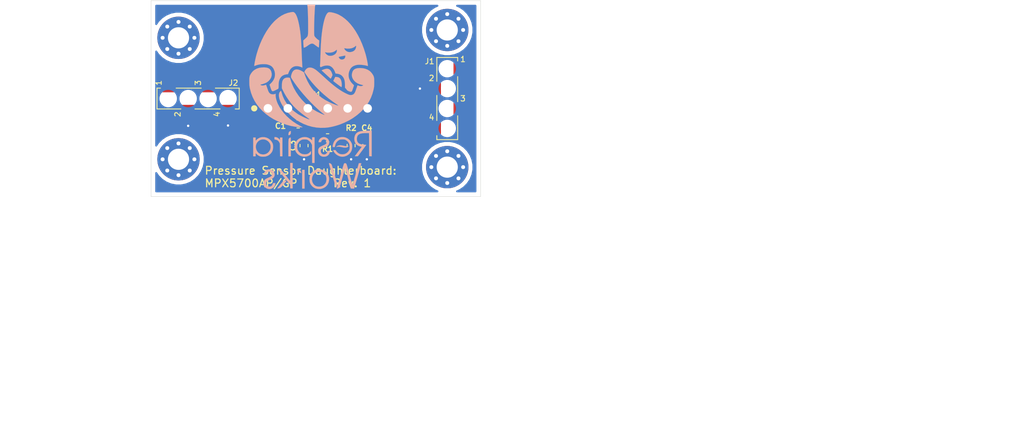
<source format=kicad_pcb>
(kicad_pcb (version 20171130) (host pcbnew "(5.1.9-16-g1737927814)-1")

  (general
    (thickness 1.6)
    (drawings 8)
    (tracks 35)
    (zones 0)
    (modules 13)
    (nets 12)
  )

  (page A4)
  (title_block
    (title "Pressure Sensor Daughterboard: MPX5700AP/GP")
    (rev 1)
    (company RespiraWorks)
  )

  (layers
    (0 F.Cu signal)
    (31 B.Cu signal)
    (32 B.Adhes user)
    (33 F.Adhes user)
    (34 B.Paste user)
    (35 F.Paste user)
    (36 B.SilkS user)
    (37 F.SilkS user)
    (38 B.Mask user)
    (39 F.Mask user)
    (40 Dwgs.User user)
    (41 Cmts.User user)
    (42 Eco1.User user)
    (43 Eco2.User user)
    (44 Edge.Cuts user)
    (45 Margin user)
    (46 B.CrtYd user)
    (47 F.CrtYd user)
    (48 B.Fab user)
    (49 F.Fab user)
  )

  (setup
    (last_trace_width 0.2)
    (user_trace_width 0.2)
    (user_trace_width 0.5)
    (user_trace_width 1)
    (trace_clearance 0.2)
    (zone_clearance 0.508)
    (zone_45_only no)
    (trace_min 0.2)
    (via_size 0.6)
    (via_drill 0.3)
    (via_min_size 0.4)
    (via_min_drill 0.3)
    (uvia_size 0.3)
    (uvia_drill 0.1)
    (uvias_allowed no)
    (uvia_min_size 0.2)
    (uvia_min_drill 0.1)
    (edge_width 0.05)
    (segment_width 0.2)
    (pcb_text_width 0.3)
    (pcb_text_size 1.5 1.5)
    (mod_edge_width 0.12)
    (mod_text_size 1 1)
    (mod_text_width 0.15)
    (pad_size 1.524 1.524)
    (pad_drill 0.762)
    (pad_to_mask_clearance 0)
    (aux_axis_origin 119 77.5)
    (visible_elements 7FFDFFFF)
    (pcbplotparams
      (layerselection 0x010fc_ffffffff)
      (usegerberextensions false)
      (usegerberattributes true)
      (usegerberadvancedattributes true)
      (creategerberjobfile true)
      (excludeedgelayer true)
      (linewidth 0.100000)
      (plotframeref false)
      (viasonmask false)
      (mode 1)
      (useauxorigin false)
      (hpglpennumber 1)
      (hpglpenspeed 20)
      (hpglpendiameter 15.000000)
      (psnegative false)
      (psa4output false)
      (plotreference true)
      (plotvalue true)
      (plotinvisibletext false)
      (padsonsilk false)
      (subtractmaskfromsilk false)
      (outputformat 1)
      (mirror false)
      (drillshape 1)
      (scaleselection 1)
      (outputdirectory "manufacturing/"))
  )

  (net 0 "")
  (net 1 +5V_Sns)
  (net 2 GND)
  (net 3 "Net-(C3-Pad2)")
  (net 4 "Net-(C4-Pad2)")
  (net 5 "Net-(J1-Pad4)")
  (net 6 "Net-(J1-Pad3)")
  (net 7 "Net-(J2-Pad3)")
  (net 8 "Net-(H1-Pad1)")
  (net 9 "Net-(H2-Pad1)")
  (net 10 "Net-(H3-Pad1)")
  (net 11 "Net-(H4-Pad1)")

  (net_class Default "This is the default net class."
    (clearance 0.2)
    (trace_width 0.2)
    (via_dia 0.6)
    (via_drill 0.3)
    (uvia_dia 0.3)
    (uvia_drill 0.1)
    (add_net +5V_Sns)
    (add_net GND)
    (add_net "Net-(C3-Pad2)")
    (add_net "Net-(C4-Pad2)")
    (add_net "Net-(H1-Pad1)")
    (add_net "Net-(H2-Pad1)")
    (add_net "Net-(H3-Pad1)")
    (add_net "Net-(H4-Pad1)")
    (add_net "Net-(J1-Pad3)")
    (add_net "Net-(J1-Pad4)")
    (add_net "Net-(J2-Pad3)")
  )

  (module RespiraWorks_Std:PinSocket_1x04_P2.54mm_Vertical_SMD_TE_1241152-4 (layer F.Cu) (tedit 6065EE73) (tstamp 605B18C1)
    (at 125 90 90)
    (descr "0.1\"/2.54 mm female header, vertical SMT, bottom entry: Samtec SSM-104-*-SV-BE")
    (path /5FFA26A3)
    (attr smd)
    (fp_text reference J2 (at 2 4.5 180) (layer F.SilkS)
      (effects (font (size 0.7 0.7) (thickness 0.12)))
    )
    (fp_text value "Main board connections (bottom entry)" (at 0 6.68 90) (layer F.Fab)
      (effects (font (size 1 1) (thickness 0.15)))
    )
    (fp_line (start -2.3 4.1) (end -2.3 3.5) (layer F.Fab) (width 0.05))
    (fp_line (start -2.3 3.5) (end -1.27 3.5) (layer F.Fab) (width 0.05))
    (fp_line (start -1.27 4.1) (end -2.3 4.1) (layer F.Fab) (width 0.05))
    (fp_circle (center 1.75 -4.52) (end 1.65 -4.52) (layer F.Fab) (width 0.2))
    (fp_line (start 3.1 5.67) (end 3.1 -5.72) (layer F.CrtYd) (width 0.05))
    (fp_line (start -3.1 5.67) (end 3.1 5.67) (layer F.CrtYd) (width 0.05))
    (fp_line (start -3.1 -5.72) (end -3.1 5.67) (layer F.CrtYd) (width 0.05))
    (fp_line (start 3.1 -5.72) (end -3.1 -5.72) (layer F.CrtYd) (width 0.05))
    (fp_line (start 2.3 1.57) (end 2.3 0.97) (layer F.Fab) (width 0.05))
    (fp_line (start 1.27 1.57) (end 2.3 1.57) (layer F.Fab) (width 0.05))
    (fp_line (start 2.3 0.97) (end 1.27 0.97) (layer F.Fab) (width 0.05))
    (fp_line (start -2.3 -0.97) (end -1.27 -0.97) (layer F.Fab) (width 0.05))
    (fp_line (start -2.3 -1.57) (end -2.3 -0.97) (layer F.Fab) (width 0.05))
    (fp_line (start -1.27 -1.57) (end -2.3 -1.57) (layer F.Fab) (width 0.05))
    (fp_line (start 2.3 -3.51) (end 2.3 -4.11) (layer F.Fab) (width 0.05))
    (fp_line (start 1.27 -3.51) (end 2.3 -3.51) (layer F.Fab) (width 0.05))
    (fp_line (start 2.3 -4.11) (end 1.27 -4.11) (layer F.Fab) (width 0.05))
    (fp_line (start 1.27 -4.545) (end 0.635 -5.18) (layer F.Fab) (width 0.05))
    (fp_line (start 1.27 5.18) (end 1.27 -4.545) (layer F.Fab) (width 0.05))
    (fp_line (start -1.27 5.18) (end 1.27 5.18) (layer F.Fab) (width 0.05))
    (fp_line (start -1.27 -5.18) (end -1.27 5.18) (layer F.Fab) (width 0.05))
    (fp_line (start 0.635 -5.18) (end -1.27 -5.18) (layer F.Fab) (width 0.05))
    (fp_line (start 1.33 2.2) (end 1.33 5.23) (layer F.SilkS) (width 0.12))
    (fp_line (start 1.33 -2.8) (end 1.33 0.4) (layer F.SilkS) (width 0.12))
    (fp_line (start 1.33 -5.24) (end 1.33 -4.8) (layer F.SilkS) (width 0.12))
    (fp_line (start 1.33 5.24) (end -1.33 5.24) (layer F.SilkS) (width 0.12))
    (fp_line (start -1.33 -0.4) (end -1.33 2.8) (layer F.SilkS) (width 0.12))
    (fp_line (start -1.33 -5.24) (end -1.33 -2.2) (layer F.SilkS) (width 0.12))
    (fp_line (start 1.33 -5.24) (end -1.33 -5.24) (layer F.SilkS) (width 0.12))
    (fp_line (start -1.33 4.73) (end -1.33 5.22) (layer F.SilkS) (width 0.12))
    (fp_text user 3 (at 2 0 90) (layer F.SilkS)
      (effects (font (size 0.7 0.7) (thickness 0.12)))
    )
    (fp_text user 1 (at 2 -5.02 90) (layer F.SilkS)
      (effects (font (size 0.7 0.7) (thickness 0.12)))
    )
    (fp_text user %R (at 0 0) (layer F.Fab)
      (effects (font (size 1 1) (thickness 0.05)))
    )
    (fp_text user 2 (at -2 -2.6 90) (layer F.SilkS)
      (effects (font (size 0.7 0.7) (thickness 0.12)))
    )
    (fp_text user 4 (at -2 2.4 90) (layer F.SilkS)
      (effects (font (size 0.7 0.7) (thickness 0.12)))
    )
    (pad "" np_thru_hole circle (at 0 1.27 90) (size 1.2 1.2) (drill 1.2) (layers *.Cu *.Mask))
    (pad "" np_thru_hole circle (at 0 -1.27 90) (size 1.2 1.2) (drill 1.2) (layers *.Cu *.Mask))
    (pad "" np_thru_hole circle (at 0 -3.81 90) (size 1.2 1.2) (drill 1.2) (layers *.Cu *.Mask))
    (pad 1 smd rect (at 1.85 -3.81 90) (size 2.1 1.5) (layers F.Cu F.Paste F.Mask)
      (net 1 +5V_Sns))
    (pad 3 smd rect (at 1.85 1.27 90) (size 2.1 1.5) (layers F.Cu F.Paste F.Mask)
      (net 7 "Net-(J2-Pad3)"))
    (pad 2 smd rect (at -1.85 -1.27 90) (size 2.1 1.5) (layers F.Cu F.Paste F.Mask)
      (net 2 GND))
    (pad 4 smd rect (at -1.85 3.81 90) (size 2.1 1.5) (layers F.Cu F.Paste F.Mask)
      (net 2 GND))
    (pad "" np_thru_hole circle (at 0 3.81 90) (size 1.2 1.2) (drill 1.2) (layers *.Cu *.Mask))
    (model ${KISYS3DMOD}/Connector_PinSocket_2.54mm.3dshapes/PinSocket_1x04_P2.54mm_Vertical_SMD_Pin1Left.wrl
      (at (xyz 0 0 0))
      (scale (xyz 1 1 1))
      (rotate (xyz 0 0 0))
    )
  )

  (module RespiraWorks_Std:PinSocket_1x04_P2.54mm_Vertical_SMD_TE_1241152-4 (layer F.Cu) (tedit 6065EE73) (tstamp 605AAF10)
    (at 156.75 90)
    (descr "0.1\"/2.54 mm female header, vertical SMT, bottom entry: Samtec SSM-104-*-SV-BE")
    (path /5FFA737A)
    (attr smd)
    (fp_text reference J1 (at -2.25 -4.75) (layer F.SilkS)
      (effects (font (size 0.7 0.7) (thickness 0.12)))
    )
    (fp_text value "Main board connections (bottom entry)" (at 0 6.68) (layer F.Fab)
      (effects (font (size 1 1) (thickness 0.15)))
    )
    (fp_line (start -2.3 4.1) (end -2.3 3.5) (layer F.Fab) (width 0.05))
    (fp_line (start -2.3 3.5) (end -1.27 3.5) (layer F.Fab) (width 0.05))
    (fp_line (start -1.27 4.1) (end -2.3 4.1) (layer F.Fab) (width 0.05))
    (fp_circle (center 1.75 -4.52) (end 1.65 -4.52) (layer F.Fab) (width 0.2))
    (fp_line (start 3.1 5.67) (end 3.1 -5.72) (layer F.CrtYd) (width 0.05))
    (fp_line (start -3.1 5.67) (end 3.1 5.67) (layer F.CrtYd) (width 0.05))
    (fp_line (start -3.1 -5.72) (end -3.1 5.67) (layer F.CrtYd) (width 0.05))
    (fp_line (start 3.1 -5.72) (end -3.1 -5.72) (layer F.CrtYd) (width 0.05))
    (fp_line (start 2.3 1.57) (end 2.3 0.97) (layer F.Fab) (width 0.05))
    (fp_line (start 1.27 1.57) (end 2.3 1.57) (layer F.Fab) (width 0.05))
    (fp_line (start 2.3 0.97) (end 1.27 0.97) (layer F.Fab) (width 0.05))
    (fp_line (start -2.3 -0.97) (end -1.27 -0.97) (layer F.Fab) (width 0.05))
    (fp_line (start -2.3 -1.57) (end -2.3 -0.97) (layer F.Fab) (width 0.05))
    (fp_line (start -1.27 -1.57) (end -2.3 -1.57) (layer F.Fab) (width 0.05))
    (fp_line (start 2.3 -3.51) (end 2.3 -4.11) (layer F.Fab) (width 0.05))
    (fp_line (start 1.27 -3.51) (end 2.3 -3.51) (layer F.Fab) (width 0.05))
    (fp_line (start 2.3 -4.11) (end 1.27 -4.11) (layer F.Fab) (width 0.05))
    (fp_line (start 1.27 -4.545) (end 0.635 -5.18) (layer F.Fab) (width 0.05))
    (fp_line (start 1.27 5.18) (end 1.27 -4.545) (layer F.Fab) (width 0.05))
    (fp_line (start -1.27 5.18) (end 1.27 5.18) (layer F.Fab) (width 0.05))
    (fp_line (start -1.27 -5.18) (end -1.27 5.18) (layer F.Fab) (width 0.05))
    (fp_line (start 0.635 -5.18) (end -1.27 -5.18) (layer F.Fab) (width 0.05))
    (fp_line (start 1.33 2.2) (end 1.33 5.23) (layer F.SilkS) (width 0.12))
    (fp_line (start 1.33 -2.8) (end 1.33 0.4) (layer F.SilkS) (width 0.12))
    (fp_line (start 1.33 -5.24) (end 1.33 -4.8) (layer F.SilkS) (width 0.12))
    (fp_line (start 1.33 5.24) (end -1.33 5.24) (layer F.SilkS) (width 0.12))
    (fp_line (start -1.33 -0.4) (end -1.33 2.8) (layer F.SilkS) (width 0.12))
    (fp_line (start -1.33 -5.24) (end -1.33 -2.2) (layer F.SilkS) (width 0.12))
    (fp_line (start 1.33 -5.24) (end -1.33 -5.24) (layer F.SilkS) (width 0.12))
    (fp_line (start -1.33 4.73) (end -1.33 5.22) (layer F.SilkS) (width 0.12))
    (fp_text user 3 (at 2 0) (layer F.SilkS)
      (effects (font (size 0.7 0.7) (thickness 0.12)))
    )
    (fp_text user 1 (at 2 -5.02) (layer F.SilkS)
      (effects (font (size 0.7 0.7) (thickness 0.12)))
    )
    (fp_text user %R (at 0 0 90) (layer F.Fab)
      (effects (font (size 1 1) (thickness 0.05)))
    )
    (fp_text user 2 (at -2 -2.6) (layer F.SilkS)
      (effects (font (size 0.7 0.7) (thickness 0.12)))
    )
    (fp_text user 4 (at -2 2.4) (layer F.SilkS)
      (effects (font (size 0.7 0.7) (thickness 0.12)))
    )
    (pad "" np_thru_hole circle (at 0 1.27) (size 1.2 1.2) (drill 1.2) (layers *.Cu *.Mask))
    (pad "" np_thru_hole circle (at 0 -1.27) (size 1.2 1.2) (drill 1.2) (layers *.Cu *.Mask))
    (pad "" np_thru_hole circle (at 0 -3.81) (size 1.2 1.2) (drill 1.2) (layers *.Cu *.Mask))
    (pad 1 smd rect (at 1.85 -3.81) (size 2.1 1.5) (layers F.Cu F.Paste F.Mask)
      (net 4 "Net-(C4-Pad2)"))
    (pad 3 smd rect (at 1.85 1.27) (size 2.1 1.5) (layers F.Cu F.Paste F.Mask)
      (net 6 "Net-(J1-Pad3)"))
    (pad 2 smd rect (at -1.85 -1.27) (size 2.1 1.5) (layers F.Cu F.Paste F.Mask)
      (net 2 GND))
    (pad 4 smd rect (at -1.85 3.81) (size 2.1 1.5) (layers F.Cu F.Paste F.Mask)
      (net 5 "Net-(J1-Pad4)"))
    (pad "" np_thru_hole circle (at 0 3.81) (size 1.2 1.2) (drill 1.2) (layers *.Cu *.Mask))
    (model ${KISYS3DMOD}/Connector_PinSocket_2.54mm.3dshapes/PinSocket_1x04_P2.54mm_Vertical_SMD_Pin1Left.wrl
      (at (xyz 0 0 0))
      (scale (xyz 1 1 1))
      (rotate (xyz 0 0 0))
    )
  )

  (module RespiraWorks:NXP_MPX5700AP,GP_Vertical (layer F.Cu) (tedit 606521B8) (tstamp 605AAF96)
    (at 140.25 91.25)
    (descr "NXP MPX5700AP/GP gas pressure sensor, mounted right-angle with lead bending")
    (path /5FFA0C0F)
    (fp_text reference U1 (at -0.25 -1.75) (layer F.SilkS)
      (effects (font (size 0.7 0.7) (thickness 0.12)))
    )
    (fp_text value MPX5700AP/GP (at 0 -0.35) (layer F.Fab)
      (effects (font (size 1 1) (thickness 0.05)))
    )
    (fp_line (start -7.9 -1.2) (end 8.1 -1.2) (layer F.CrtYd) (width 0.05))
    (fp_circle (center -8.1 0) (end -7.9 0) (layer F.SilkS) (width 0.4))
    (fp_line (start -7.9 1.2) (end -7.9 -1.2) (layer F.CrtYd) (width 0.05))
    (fp_line (start -7.9 1.2) (end 7.6 1.2) (layer F.CrtYd) (width 0.05))
    (fp_line (start 7.6 1.2) (end 8.1 1.2) (layer F.CrtYd) (width 0.05))
    (fp_line (start 8.1 1.2) (end 8.1 -1.2) (layer F.CrtYd) (width 0.05))
    (fp_text user %R (at 0.5 -1.8) (layer F.Fab) hide
      (effects (font (size 1 1) (thickness 0.05)))
    )
    (pad 6 thru_hole circle (at 6.35 0) (size 2.1 2.1) (drill 1.1) (layers *.Cu *.Mask))
    (pad 5 thru_hole circle (at 3.81 0) (size 2.1 2.1) (drill 1.1) (layers *.Cu *.Mask))
    (pad 4 thru_hole circle (at 1.27 0) (size 2.1 2.1) (drill 1.1) (layers *.Cu *.Mask))
    (pad 3 thru_hole circle (at -1.27 0) (size 2.1 2.1) (drill 1.1) (layers *.Cu *.Mask)
      (net 1 +5V_Sns))
    (pad 2 thru_hole circle (at -3.81 0) (size 2.1 2.1) (drill 1.1) (layers *.Cu *.Mask)
      (net 2 GND))
    (pad 1 thru_hole circle (at -6.35 0) (size 2.1 2.1) (drill 1.1) (layers *.Cu *.Mask)
      (net 3 "Net-(C3-Pad2)"))
  )

  (module RespiraWorks:RespiraWorks-Logo-With-Text-16mm (layer B.Cu) (tedit 60624C22) (tstamp 60659928)
    (at 139.5 89.75 180)
    (descr "RespiraWorks Logo with Text")
    (tags "RespiraWorks Logo Text Lungs")
    (fp_text reference G*** (at 0 0) (layer B.SilkS) hide
      (effects (font (size 1.524 1.524) (thickness 0.3)) (justify mirror))
    )
    (fp_text value LOGO (at 0.75 0) (layer B.SilkS) hide
      (effects (font (size 1.524 1.524) (thickness 0.3)) (justify mirror))
    )
    (fp_poly (pts (xy 0.559862 11.535833) (xy 0.543295 11.348538) (xy 0.528212 11.111631) (xy 0.514825 10.831929)
      (xy 0.503345 10.516249) (xy 0.493981 10.171409) (xy 0.486946 9.804226) (xy 0.482449 9.421519)
      (xy 0.480701 9.030104) (xy 0.480688 8.974667) (xy 0.48057 8.678585) (xy 0.480948 8.432901)
      (xy 0.483204 8.231573) (xy 0.48872 8.068561) (xy 0.498881 7.937824) (xy 0.515069 7.833322)
      (xy 0.538666 7.749014) (xy 0.571056 7.678859) (xy 0.613621 7.616818) (xy 0.667745 7.556849)
      (xy 0.73481 7.492912) (xy 0.816199 7.418966) (xy 0.842294 7.395141) (xy 1.099688 7.159097)
      (xy 1.084748 6.818049) (xy 1.073749 6.5998) (xy 1.062116 6.435355) (xy 1.049559 6.322075)
      (xy 1.035789 6.257322) (xy 1.021326 6.23835) (xy 0.984412 6.247873) (xy 0.917131 6.26995)
      (xy 0.897626 6.276818) (xy 0.830728 6.308992) (xy 0.733681 6.36599) (xy 0.621435 6.438695)
      (xy 0.544848 6.491889) (xy 0.374069 6.609117) (xy 0.23622 6.691356) (xy 0.123112 6.742284)
      (xy 0.026556 6.765581) (xy -0.061637 6.764926) (xy -0.062618 6.764796) (xy -0.10823 6.756961)
      (xy -0.152148 6.743425) (xy -0.202278 6.719385) (xy -0.266527 6.680037) (xy -0.3528 6.620577)
      (xy -0.469004 6.536203) (xy -0.606778 6.434204) (xy -0.706052 6.362874) (xy -0.790776 6.306497)
      (xy -0.849459 6.272483) (xy -0.867833 6.265873) (xy -0.889454 6.288116) (xy -0.900866 6.358594)
      (xy -0.903257 6.441722) (xy -0.905334 6.553009) (xy -0.910736 6.695178) (xy -0.918436 6.842836)
      (xy -0.921313 6.888538) (xy -0.939224 7.158964) (xy -0.829445 7.226) (xy -0.726498 7.299138)
      (xy -0.612938 7.395956) (xy -0.502305 7.503165) (xy -0.408138 7.607478) (xy -0.343975 7.695607)
      (xy -0.33569 7.710598) (xy -0.31876 7.748441) (xy -0.3058 7.792324) (xy -0.296292 7.849924)
      (xy -0.289717 7.928914) (xy -0.285558 8.036971) (xy -0.283295 8.181769) (xy -0.282411 8.370985)
      (xy -0.282326 8.50082) (xy -0.283778 8.761051) (xy -0.287863 9.044886) (xy -0.294286 9.345196)
      (xy -0.302753 9.65485) (xy -0.312969 9.966719) (xy -0.324639 10.273675) (xy -0.337469 10.568586)
      (xy -0.351164 10.844326) (xy -0.36543 11.093762) (xy -0.379971 11.309767) (xy -0.394492 11.485211)
      (xy -0.4087 11.612964) (xy -0.411855 11.634611) (xy -0.428295 11.740444) (xy 0.581878 11.740444)
      (xy 0.559862 11.535833)) (layer B.SilkS) (width 0.01))
    (fp_poly (pts (xy -1.796165 3.543093) (xy -1.642866 3.508603) (xy -1.486106 3.458875) (xy -1.348678 3.400253)
      (xy -1.331582 3.391323) (xy -1.237942 3.3409) (xy -1.740804 2.878961) (xy -1.885602 2.745975)
      (xy -2.020303 2.622313) (xy -2.138101 2.51422) (xy -2.232189 2.427942) (xy -2.295759 2.369724)
      (xy -2.316911 2.350414) (xy -2.370684 2.308733) (xy -2.404471 2.306298) (xy -2.421248 2.321268)
      (xy -2.447561 2.364374) (xy -2.487983 2.443132) (xy -2.53426 2.541369) (xy -2.539254 2.552448)
      (xy -2.626169 2.746165) (xy -2.580492 2.903289) (xy -2.493905 3.136878) (xy -2.384979 3.319179)
      (xy -2.253953 3.449956) (xy -2.101065 3.528972) (xy -1.926552 3.555991) (xy -1.923208 3.556)
      (xy -1.796165 3.543093)) (layer B.SilkS) (width 0.01))
    (fp_poly (pts (xy -2.850444 2.25761) (xy -2.723444 1.99786) (xy -2.822222 1.913615) (xy -2.888052 1.859746)
      (xy -2.981865 1.78599) (xy -3.095484 1.698462) (xy -3.220734 1.603277) (xy -3.349442 1.506549)
      (xy -3.473431 1.414392) (xy -3.584526 1.33292) (xy -3.674553 1.268249) (xy -3.735336 1.226493)
      (xy -3.758215 1.213555) (xy -3.776463 1.238247) (xy -3.795018 1.299323) (xy -3.798514 1.316404)
      (xy -3.805733 1.394687) (xy -3.807039 1.506767) (xy -3.802263 1.630294) (xy -3.801042 1.648015)
      (xy -3.767564 1.90447) (xy -3.707273 2.112561) (xy -3.61852 2.274454) (xy -3.499656 2.39231)
      (xy -3.349031 2.468292) (xy -3.164996 2.504564) (xy -3.146778 2.505952) (xy -2.977444 2.517361)
      (xy -2.850444 2.25761)) (layer B.SilkS) (width 0.01))
    (fp_poly (pts (xy 2.462781 10.795414) (xy 2.554685 10.784781) (xy 2.671961 10.766692) (xy 3.079134 10.675248)
      (xy 3.472206 10.533597) (xy 3.853586 10.340406) (xy 4.225682 10.094341) (xy 4.590902 9.794068)
      (xy 4.814609 9.580427) (xy 5.161253 9.198885) (xy 5.493967 8.767509) (xy 5.809881 8.291817)
      (xy 6.106129 7.777324) (xy 6.379841 7.229548) (xy 6.628149 6.654004) (xy 6.848184 6.05621)
      (xy 7.03708 5.441681) (xy 7.109987 5.165824) (xy 7.159329 4.961167) (xy 7.206283 4.751338)
      (xy 7.248922 4.546385) (xy 7.285318 4.356354) (xy 7.313543 4.191295) (xy 7.331669 4.061256)
      (xy 7.337778 3.978697) (xy 7.337778 3.900705) (xy 7.13311 3.980178) (xy 6.875541 4.060653)
      (xy 6.591512 4.115765) (xy 6.297467 4.144287) (xy 6.009849 4.144995) (xy 5.745103 4.116661)
      (xy 5.630224 4.092194) (xy 5.388224 4.012257) (xy 5.191587 3.905586) (xy 5.033541 3.76708)
      (xy 4.907315 3.591635) (xy 4.868112 3.517949) (xy 4.75852 3.237364) (xy 4.704712 2.957105)
      (xy 4.706093 2.680203) (xy 4.762067 2.409689) (xy 4.87204 2.148596) (xy 5.035416 1.899953)
      (xy 5.227168 1.689758) (xy 5.396497 1.528133) (xy 5.276908 1.166233) (xy 5.216002 0.988509)
      (xy 5.164836 0.858925) (xy 5.118578 0.771088) (xy 5.072399 0.718607) (xy 5.021467 0.69509)
      (xy 4.960951 0.694144) (xy 4.924778 0.700308) (xy 4.868853 0.719309) (xy 4.777594 0.757735)
      (xy 4.665575 0.808643) (xy 4.547367 0.865087) (xy 4.437545 0.920125) (xy 4.35068 0.966811)
      (xy 4.303889 0.996168) (xy 4.280839 1.018634) (xy 4.264945 1.050912) (xy 4.254821 1.102978)
      (xy 4.249076 1.184803) (xy 4.246323 1.306364) (xy 4.245456 1.415895) (xy 4.232211 1.712123)
      (xy 4.194244 1.963872) (xy 4.129118 2.178523) (xy 4.034393 2.363458) (xy 3.907632 2.526056)
      (xy 3.863998 2.570605) (xy 3.696721 2.699027) (xy 3.496999 2.787897) (xy 3.258979 2.839721)
      (xy 3.226116 2.843734) (xy 3.041303 2.864555) (xy 2.970372 3.062111) (xy 2.852837 3.324121)
      (xy 2.706837 3.537715) (xy 2.534289 3.702045) (xy 2.337111 3.816264) (xy 2.117221 3.879525)
      (xy 1.876538 3.890981) (xy 1.616979 3.849784) (xy 1.371897 3.768249) (xy 1.205683 3.700213)
      (xy 1.22323 3.888115) (xy 1.229327 3.969532) (xy 1.236993 4.096891) (xy 1.245685 4.25973)
      (xy 1.254862 4.447584) (xy 1.263983 4.649993) (xy 1.269552 4.78262) (xy 1.279697 5.031891)
      (xy 1.291257 5.316136) (xy 1.303359 5.613928) (xy 1.315134 5.903843) (xy 1.325711 6.164456)
      (xy 1.327513 6.208889) (xy 1.356752 6.804991) (xy 1.394538 7.353314) (xy 1.441739 7.861998)
      (xy 1.499222 8.339182) (xy 1.567854 8.793009) (xy 1.648503 9.231617) (xy 1.650745 9.242778)
      (xy 1.736585 9.628142) (xy 1.827946 9.959126) (xy 1.924683 10.235391) (xy 2.026649 10.456594)
      (xy 2.133699 10.622395) (xy 2.245688 10.732453) (xy 2.300631 10.765133) (xy 2.350067 10.785651)
      (xy 2.399346 10.795724) (xy 2.462781 10.795414)) (layer B.SilkS) (width 0.01))
    (fp_poly (pts (xy -2.136365 10.759115) (xy -2.115779 10.752299) (xy -2.004229 10.677413) (xy -1.89647 10.547465)
      (xy -1.792965 10.36374) (xy -1.694175 10.127521) (xy -1.600564 9.840093) (xy -1.512594 9.50274)
      (xy -1.430726 9.116746) (xy -1.355424 8.683397) (xy -1.343715 8.607778) (xy -1.298107 8.289874)
      (xy -1.258161 7.969657) (xy -1.223295 7.639611) (xy -1.192927 7.292217) (xy -1.166477 6.919958)
      (xy -1.143362 6.515315) (xy -1.123002 6.070772) (xy -1.104814 5.57881) (xy -1.10142 5.475111)
      (xy -1.089481 5.11587) (xy -1.078416 4.810031) (xy -1.068082 4.554561) (xy -1.058334 4.346429)
      (xy -1.049029 4.182601) (xy -1.040021 4.060044) (xy -1.031168 3.975725) (xy -1.029704 3.965222)
      (xy -1.040475 3.863971) (xy -1.067082 3.815856) (xy -1.116829 3.751157) (xy -1.271026 3.821718)
      (xy -1.515455 3.912607) (xy -1.758738 3.963558) (xy -1.99098 3.973807) (xy -2.202288 3.942593)
      (xy -2.317677 3.902424) (xy -2.505646 3.789011) (xy -2.673467 3.626546) (xy -2.81693 3.420121)
      (xy -2.931824 3.174833) (xy -2.94215 3.146778) (xy -3.013081 2.949222) (xy -3.197893 2.9284)
      (xy -3.441131 2.881048) (xy -3.645337 2.796963) (xy -3.816365 2.673642) (xy -3.835776 2.655272)
      (xy -3.973674 2.495878) (xy -4.078274 2.315504) (xy -4.151976 2.106922) (xy -4.197183 1.862908)
      (xy -4.216294 1.576233) (xy -4.217233 1.507013) (xy -4.219222 1.137248) (xy -4.322726 1.022676)
      (xy -4.388102 0.94574) (xy -4.440862 0.875671) (xy -4.459171 0.846554) (xy -4.509964 0.793574)
      (xy -4.598616 0.737695) (xy -4.708684 0.685623) (xy -4.823723 0.644064) (xy -4.927292 0.619722)
      (xy -5.002945 0.619304) (xy -5.010684 0.621651) (xy -5.049211 0.639612) (xy -5.081513 0.667272)
      (xy -5.11199 0.713137) (xy -5.14504 0.785708) (xy -5.185062 0.893489) (xy -5.236454 1.044985)
      (xy -5.248579 1.081567) (xy -5.368274 1.443466) (xy -5.198946 1.605092) (xy -4.988265 1.839756)
      (xy -4.830332 2.089501) (xy -4.72575 2.351192) (xy -4.675119 2.621694) (xy -4.679042 2.897872)
      (xy -4.73812 3.176592) (xy -4.846392 3.441887) (xy -4.972273 3.638463) (xy -5.132731 3.796222)
      (xy -5.331529 3.917719) (xy -5.572427 4.005507) (xy -5.729111 4.041273) (xy -5.899261 4.060123)
      (xy -6.106748 4.062762) (xy -6.335349 4.05079) (xy -6.568841 4.025807) (xy -6.790999 3.989412)
      (xy -6.985602 3.943207) (xy -7.095001 3.90657) (xy -7.123381 3.899159) (xy -7.137257 3.913023)
      (xy -7.138973 3.959184) (xy -7.130867 4.048667) (xy -7.128957 4.066437) (xy -7.106868 4.225911)
      (xy -7.071761 4.425653) (xy -7.026616 4.651803) (xy -6.974409 4.890499) (xy -6.91812 5.127878)
      (xy -6.912006 5.151551) (xy -4.261555 5.151551) (xy -4.242479 5.018005) (xy -4.190897 4.899678)
      (xy -4.115278 4.815387) (xy -4.107984 4.810375) (xy -3.972812 4.748917) (xy -3.826569 4.727205)
      (xy -3.686585 4.745764) (xy -3.584222 4.794475) (xy -3.535089 4.841431) (xy -3.48376 4.907991)
      (xy -3.440409 4.978002) (xy -3.415213 5.03531) (xy -3.415704 5.062001) (xy -3.446936 5.072341)
      (xy -3.522859 5.091072) (xy -3.632775 5.115721) (xy -3.765987 5.143814) (xy -3.79603 5.149941)
      (xy -3.936774 5.1788) (xy -4.060436 5.204752) (xy -4.154929 5.225219) (xy -4.208167 5.237622)
      (xy -4.212166 5.238721) (xy -4.245366 5.238518) (xy -4.259392 5.203325) (xy -4.261555 5.151551)
      (xy -6.912006 5.151551) (xy -6.860724 5.350079) (xy -6.828388 5.465554) (xy -6.625459 6.105064)
      (xy -6.501236 6.436304) (xy -5.640374 6.436304) (xy -5.634111 6.337096) (xy -5.633727 6.3338)
      (xy -5.585309 6.133894) (xy -5.492468 5.967404) (xy -5.357686 5.836349) (xy -5.183446 5.742745)
      (xy -4.972228 5.688609) (xy -4.824067 5.675759) (xy -4.735403 5.682294) (xy -4.628078 5.702389)
      (xy -4.582945 5.714364) (xy -4.473194 5.760237) (xy -4.363883 5.826074) (xy -4.32987 5.852498)
      (xy -4.290744 5.891389) (xy -3.188954 5.891389) (xy -3.162706 5.708039) (xy -3.08551 5.547499)
      (xy -2.958686 5.411274) (xy -2.783556 5.300868) (xy -2.610555 5.23246) (xy -2.458645 5.202645)
      (xy -2.293481 5.199407) (xy -2.142968 5.22271) (xy -2.109554 5.233155) (xy -2.016042 5.276418)
      (xy -1.920387 5.334969) (xy -1.903832 5.347089) (xy -1.842432 5.402689) (xy -1.778165 5.47427)
      (xy -1.720945 5.548657) (xy -1.680685 5.612672) (xy -1.6673 5.65314) (xy -1.669623 5.658364)
      (xy -1.702145 5.659402) (xy -1.767956 5.64651) (xy -1.793698 5.639664) (xy -1.928377 5.615819)
      (xy -2.097343 5.606488) (xy -2.280536 5.610941) (xy -2.457897 5.628448) (xy -2.609365 5.658282)
      (xy -2.650548 5.67081) (xy -2.795346 5.730431) (xy -2.932543 5.804565) (xy -3.044949 5.883035)
      (xy -3.102468 5.938396) (xy -3.149367 5.978902) (xy -3.178253 5.965964) (xy -3.188898 5.899704)
      (xy -3.188954 5.891389) (xy -4.290744 5.891389) (xy -4.259691 5.922255) (xy -4.195894 6.00203)
      (xy -4.147111 6.078594) (xy -4.121975 6.138718) (xy -4.125013 6.16642) (xy -4.159865 6.170391)
      (xy -4.228983 6.161561) (xy -4.264886 6.154113) (xy -4.414245 6.132084) (xy -4.592846 6.124382)
      (xy -4.779052 6.130388) (xy -4.951226 6.14948) (xy -5.076475 6.177393) (xy -5.239079 6.238505)
      (xy -5.386397 6.313337) (xy -5.502199 6.393039) (xy -5.543019 6.431742) (xy -5.596917 6.481372)
      (xy -5.628672 6.483645) (xy -5.640374 6.436304) (xy -6.501236 6.436304) (xy -6.397052 6.71411)
      (xy -6.144869 7.290251) (xy -5.870618 7.831044) (xy -5.576004 8.334046) (xy -5.262731 8.796813)
      (xy -4.932506 9.216905) (xy -4.587033 9.591877) (xy -4.228019 9.919287) (xy -3.857168 10.196693)
      (xy -3.476185 10.421651) (xy -3.313651 10.499867) (xy -3.131294 10.573837) (xy -2.936634 10.639085)
      (xy -2.739886 10.693456) (xy -2.551269 10.734798) (xy -2.380998 10.760957) (xy -2.239291 10.76978)
      (xy -2.136365 10.759115)) (layer B.SilkS) (width 0.01))
    (fp_poly (pts (xy 6.446809 3.711087) (xy 6.717441 3.666736) (xy 6.962556 3.589861) (xy 7.097889 3.529321)
      (xy 7.315302 3.405147) (xy 7.492399 3.265239) (xy 7.645279 3.095776) (xy 7.715043 2.999501)
      (xy 7.797513 2.873815) (xy 7.860392 2.762693) (xy 7.906255 2.655269) (xy 7.937676 2.540677)
      (xy 7.957232 2.40805) (xy 7.967498 2.246522) (xy 7.971049 2.045226) (xy 7.97109 1.919111)
      (xy 7.969605 1.715035) (xy 7.965782 1.553621) (xy 7.958456 1.421097) (xy 7.946458 1.303693)
      (xy 7.928622 1.187637) (xy 7.903781 1.05916) (xy 7.89441 1.014353) (xy 7.752735 0.478798)
      (xy 7.559288 -0.034855) (xy 7.314773 -0.525489) (xy 7.019899 -0.991987) (xy 6.67537 -1.433231)
      (xy 6.281892 -1.848104) (xy 5.842 -2.234022) (xy 5.378844 -2.574005) (xy 4.878502 -2.882876)
      (xy 4.349167 -3.157385) (xy 3.799031 -3.394284) (xy 3.236289 -3.590325) (xy 2.669133 -3.742259)
      (xy 2.105757 -3.846836) (xy 1.653139 -3.894921) (xy 1.48118 -3.906611) (xy 1.357557 -3.914701)
      (xy 1.274295 -3.919443) (xy 1.223417 -3.921094) (xy 1.196949 -3.919908) (xy 1.186913 -3.916139)
      (xy 1.185334 -3.910043) (xy 1.185334 -3.909867) (xy 1.209022 -3.893002) (xy 1.273923 -3.855919)
      (xy 1.370786 -3.80369) (xy 1.490363 -3.741388) (xy 1.521863 -3.725271) (xy 1.981328 -3.466727)
      (xy 2.419894 -3.171908) (xy 2.832808 -2.845728) (xy 3.215316 -2.493099) (xy 3.562666 -2.118935)
      (xy 3.870105 -1.728149) (xy 4.13288 -1.325654) (xy 4.346238 -0.916364) (xy 4.429415 -0.719667)
      (xy 4.505592 -0.499438) (xy 4.565589 -0.275087) (xy 4.60629 -0.061613) (xy 4.624576 0.125988)
      (xy 4.623787 0.21539) (xy 4.619166 0.299191) (xy 4.617293 0.354222) (xy 4.617942 0.366927)
      (xy 4.643478 0.357192) (xy 4.702543 0.333019) (xy 4.722869 0.324555) (xy 4.856034 0.290433)
      (xy 5.008482 0.283864) (xy 5.154987 0.304247) (xy 5.246074 0.337004) (xy 5.34794 0.400777)
      (xy 5.431886 0.483248) (xy 5.504438 0.59409) (xy 5.572125 0.742978) (xy 5.630971 0.907466)
      (xy 5.678573 1.05) (xy 5.725611 1.188404) (xy 5.766048 1.305045) (xy 5.789786 1.371375)
      (xy 5.842719 1.515083) (xy 5.990526 1.464018) (xy 6.15053 1.424509) (xy 6.306116 1.414289)
      (xy 6.439959 1.433682) (xy 6.493436 1.454646) (xy 6.549321 1.496339) (xy 6.555878 1.531639)
      (xy 6.513356 1.550969) (xy 6.490903 1.552222) (xy 6.421947 1.562696) (xy 6.316092 1.590754)
      (xy 6.188148 1.631356) (xy 6.052928 1.679459) (xy 5.925242 1.730021) (xy 5.819901 1.777999)
      (xy 5.804781 1.7858) (xy 5.696547 1.853232) (xy 5.578687 1.942149) (xy 5.489267 2.021497)
      (xy 5.314355 2.226486) (xy 5.1945 2.442544) (xy 5.129914 2.668799) (xy 5.120806 2.904377)
      (xy 5.167388 3.148406) (xy 5.196307 3.234102) (xy 5.280275 3.400522) (xy 5.395998 3.530343)
      (xy 5.547282 3.62555) (xy 5.737934 3.688126) (xy 5.971761 3.720057) (xy 6.138824 3.725333)
      (xy 6.446809 3.711087)) (layer B.SilkS) (width 0.01))
    (fp_poly (pts (xy 0.425815 3.688027) (xy 0.543566 3.644563) (xy 0.67555 3.555864) (xy 0.797938 3.430508)
      (xy 0.893061 3.287704) (xy 0.91527 3.240471) (xy 0.956848 3.14096) (xy 0.785935 2.876673)
      (xy 0.409982 2.336668) (xy -0.017066 1.798364) (xy -0.489969 1.266912) (xy -1.003482 0.747464)
      (xy -1.552364 0.245171) (xy -2.131371 -0.234815) (xy -2.735262 -0.687342) (xy -3.089675 -0.931737)
      (xy -3.20124 -1.008499) (xy -3.290163 -1.073987) (xy -3.348819 -1.122239) (xy -3.369579 -1.147296)
      (xy -3.367986 -1.149227) (xy -3.324722 -1.144699) (xy -3.238653 -1.120745) (xy -3.118615 -1.080723)
      (xy -2.973443 -1.027994) (xy -2.811973 -0.965918) (xy -2.643041 -0.897853) (xy -2.475483 -0.82716)
      (xy -2.318133 -0.757198) (xy -2.236651 -0.719055) (xy -1.702558 -0.436144) (xy -1.214087 -0.120256)
      (xy -0.770384 0.229557) (xy -0.370595 0.614242) (xy -0.013867 1.034748) (xy 0.300656 1.49202)
      (xy 0.573826 1.987007) (xy 0.806499 2.520655) (xy 0.889796 2.749133) (xy 1.007611 3.090333)
      (xy 1.229614 3.225152) (xy 1.480247 3.358082) (xy 1.709145 3.439597) (xy 1.915752 3.469859)
      (xy 2.099511 3.449033) (xy 2.259866 3.37728) (xy 2.396261 3.254764) (xy 2.508139 3.081649)
      (xy 2.594945 2.858098) (xy 2.605454 2.821373) (xy 2.642626 2.679772) (xy 2.661484 2.575356)
      (xy 2.65974 2.491188) (xy 2.635107 2.41033) (xy 2.585297 2.315846) (xy 2.523659 2.215677)
      (xy 2.218599 1.755084) (xy 1.870873 1.275072) (xy 1.487275 0.783418) (xy 1.074598 0.287901)
      (xy 0.639635 -0.2037) (xy 0.189179 -0.683607) (xy -0.269975 -1.144042) (xy -0.731036 -1.577226)
      (xy -0.988625 -1.805958) (xy -1.112042 -1.911248) (xy -1.240397 -2.017556) (xy -1.356999 -2.11122)
      (xy -1.432277 -2.169112) (xy -1.533481 -2.246624) (xy -1.594635 -2.299934) (xy -1.614039 -2.329032)
      (xy -1.589989 -2.333913) (xy -1.520784 -2.314569) (xy -1.404721 -2.270992) (xy -1.240097 -2.203175)
      (xy -1.157111 -2.167909) (xy -0.612123 -1.904502) (xy -0.091354 -1.591992) (xy 0.401498 -1.233861)
      (xy 0.862736 -0.833586) (xy 1.288663 -0.394649) (xy 1.67558 0.079472) (xy 2.01979 0.585296)
      (xy 2.301097 1.086555) (xy 2.41212 1.320474) (xy 2.522739 1.580111) (xy 2.624949 1.845101)
      (xy 2.710742 2.095076) (xy 2.752602 2.235117) (xy 2.779213 2.324934) (xy 2.804733 2.374779)
      (xy 2.842951 2.399127) (xy 2.907652 2.412455) (xy 2.923815 2.414897) (xy 3.140057 2.427157)
      (xy 3.33271 2.397461) (xy 3.495527 2.327746) (xy 3.622259 2.219951) (xy 3.644686 2.191306)
      (xy 3.717976 2.070673) (xy 3.769936 1.93556) (xy 3.80308 1.774992) (xy 3.819922 1.577993)
      (xy 3.82336 1.411111) (xy 3.823947 1.058333) (xy 3.705193 0.810987) (xy 3.47639 0.371019)
      (xy 3.216326 -0.06427) (xy 2.932431 -0.484486) (xy 2.632135 -0.879235) (xy 2.322868 -1.238123)
      (xy 2.026225 -1.537597) (xy 1.805617 -1.734961) (xy 1.548701 -1.950415) (xy 1.268086 -2.17389)
      (xy 0.976383 -2.395317) (xy 0.717581 -2.58256) (xy 0.587676 -2.674273) (xy 0.474486 -2.754304)
      (xy 0.385794 -2.817139) (xy 0.329382 -2.857268) (xy 0.312796 -2.869258) (xy 0.316387 -2.893581)
      (xy 0.319958 -2.897588) (xy 0.359436 -2.900559) (xy 0.44104 -2.879838) (xy 0.55738 -2.838829)
      (xy 0.701067 -2.780933) (xy 0.864709 -2.709553) (xy 1.040918 -2.628093) (xy 1.222303 -2.539956)
      (xy 1.401473 -2.448543) (xy 1.571041 -2.357259) (xy 1.723614 -2.269506) (xy 1.834445 -2.200217)
      (xy 2.258021 -1.891706) (xy 2.641146 -1.550912) (xy 2.981389 -1.181081) (xy 3.276319 -0.785461)
      (xy 3.523505 -0.3673) (xy 3.720517 0.070155) (xy 3.860566 0.506708) (xy 3.889963 0.607969)
      (xy 3.918296 0.685261) (xy 3.940249 0.724474) (xy 3.943377 0.726496) (xy 3.981972 0.712857)
      (xy 4.035294 0.662777) (xy 4.092461 0.590119) (xy 4.142594 0.508742) (xy 4.174813 0.432509)
      (xy 4.175192 0.43116) (xy 4.206403 0.221356) (xy 4.193522 -0.015841) (xy 4.138826 -0.275638)
      (xy 4.044592 -0.553241) (xy 3.913097 -0.843859) (xy 3.746618 -1.142697) (xy 3.547432 -1.444964)
      (xy 3.317816 -1.745867) (xy 3.060047 -2.040613) (xy 2.943013 -2.162352) (xy 2.505168 -2.567678)
      (xy 2.042501 -2.924169) (xy 1.557323 -3.230915) (xy 1.05195 -3.487003) (xy 0.528693 -3.691523)
      (xy -0.010132 -3.843563) (xy -0.562213 -3.942211) (xy -1.125235 -3.986556) (xy -1.665111 -3.977744)
      (xy -2.130341 -3.927234) (xy -2.618202 -3.833947) (xy -3.118934 -3.701334) (xy -3.622774 -3.53284)
      (xy -4.11996 -3.331916) (xy -4.600733 -3.102009) (xy -5.05533 -2.846567) (xy -5.288911 -2.69761)
      (xy -5.786822 -2.335621) (xy -6.234451 -1.948287) (xy -6.631727 -1.535706) (xy -6.978581 -1.09798)
      (xy -7.27494 -0.635206) (xy -7.520734 -0.147485) (xy -7.715893 0.365084) (xy -7.860346 0.902401)
      (xy -7.866188 0.929686) (xy -7.893454 1.064859) (xy -7.913351 1.183312) (xy -7.927046 1.298817)
      (xy -7.935704 1.425144) (xy -7.940495 1.576065) (xy -7.942584 1.76535) (xy -7.942867 1.834444)
      (xy -7.941825 2.06114) (xy -7.935428 2.242327) (xy -7.921102 2.38887) (xy -7.89627 2.511638)
      (xy -7.858359 2.621495) (xy -7.804792 2.729309) (xy -7.732994 2.845946) (xy -7.68682 2.914835)
      (xy -7.539863 3.103469) (xy -7.376443 3.255891) (xy -7.180463 3.38592) (xy -7.069666 3.444654)
      (xy -6.83394 3.541531) (xy -6.57957 3.604479) (xy -6.294722 3.635917) (xy -6.110601 3.640667)
      (xy -5.846862 3.626252) (xy -5.628603 3.581844) (xy -5.452439 3.5057) (xy -5.314984 3.396074)
      (xy -5.212851 3.251224) (xy -5.170757 3.156577) (xy -5.104058 2.909811) (xy -5.092746 2.673477)
      (xy -5.136939 2.446985) (xy -5.236758 2.229743) (xy -5.39232 2.02116) (xy -5.401698 2.010801)
      (xy -5.592961 1.835009) (xy -5.817619 1.692269) (xy -6.081652 1.579444) (xy -6.385278 1.494672)
      (xy -6.471793 1.47211) (xy -6.530663 1.450412) (xy -6.547555 1.437176) (xy -6.523611 1.415513)
      (xy -6.462749 1.384566) (xy -6.421739 1.36773) (xy -6.273144 1.336016) (xy -6.103184 1.348237)
      (xy -5.925691 1.397344) (xy -5.816533 1.435857) (xy -5.762581 1.289429) (xy -5.731442 1.20206)
      (xy -5.688884 1.078828) (xy -5.641001 0.937525) (xy -5.602749 0.8228) (xy -5.520495 0.606289)
      (xy -5.43161 0.441299) (xy -5.330947 0.322923) (xy -5.213363 0.246256) (xy -5.073712 0.206393)
      (xy -4.947069 0.197692) (xy -4.85601 0.202761) (xy -4.76611 0.220892) (xy -4.660975 0.256714)
      (xy -4.524211 0.314853) (xy -4.510895 0.320841) (xy -4.194503 0.474614) (xy -3.874468 0.652989)
      (xy -3.546521 0.859056) (xy -3.206394 1.095907) (xy -2.849821 1.366634) (xy -2.472533 1.674327)
      (xy -2.070263 2.022078) (xy -1.697996 2.35837) (xy -1.422416 2.610718) (xy -1.184485 2.826378)
      (xy -0.981273 3.007894) (xy -0.809852 3.157814) (xy -0.66729 3.278682) (xy -0.55066 3.373045)
      (xy -0.457031 3.443448) (xy -0.419407 3.469472) (xy -0.191053 3.599516) (xy 0.028212 3.679703)
      (xy 0.234972 3.709414) (xy 0.425815 3.688027)) (layer B.SilkS) (width 0.01))
    (fp_poly (pts (xy 2.762319 -4.40569) (xy 2.869561 -4.462367) (xy 2.93951 -4.549006) (xy 2.977571 -4.674062)
      (xy 2.986508 -4.756356) (xy 2.989644 -4.865278) (xy 2.977307 -4.923907) (xy 2.942841 -4.937705)
      (xy 2.879589 -4.912132) (xy 2.831079 -4.883849) (xy 2.753883 -4.82558) (xy 2.707798 -4.756327)
      (xy 2.685894 -4.660527) (xy 2.681111 -4.547101) (xy 2.681111 -4.377381) (xy 2.762319 -4.40569)) (layer B.SilkS) (width 0.01))
    (fp_poly (pts (xy -3.359007 -6.243342) (xy -3.206583 -6.315823) (xy -3.154829 -6.356338) (xy -3.109755 -6.401744)
      (xy -3.09912 -6.424505) (xy -3.109594 -6.424342) (xy -3.305085 -6.390008) (xy -3.531239 -6.396515)
      (xy -3.739444 -6.433578) (xy -3.976019 -6.483373) (xy -4.16794 -6.507802) (xy -4.320843 -6.507128)
      (xy -4.440363 -6.481615) (xy -4.473222 -6.467894) (xy -4.537288 -6.431066) (xy -4.600938 -6.38491)
      (xy -4.65539 -6.337875) (xy -4.691861 -6.298413) (xy -4.701568 -6.274973) (xy -4.675729 -6.276007)
      (xy -4.670778 -6.277809) (xy -4.537748 -6.307874) (xy -4.369327 -6.314309) (xy -4.181276 -6.29735)
      (xy -4.031921 -6.268232) (xy -3.770011 -6.219714) (xy -3.546262 -6.211361) (xy -3.359007 -6.243342)) (layer B.SilkS) (width 0.01))
    (fp_poly (pts (xy 4.769556 -5.319889) (xy 4.767597 -5.408895) (xy 4.75776 -5.455247) (xy 4.734107 -5.472704)
      (xy 4.702548 -5.475111) (xy 4.602133 -5.490858) (xy 4.481926 -5.531847) (xy 4.366718 -5.588698)
      (xy 4.318237 -5.62051) (xy 4.257804 -5.681762) (xy 4.193447 -5.772044) (xy 4.154906 -5.840855)
      (xy 4.078111 -5.997222) (xy 4.060125 -7.62) (xy 3.753556 -7.62) (xy 3.753556 -5.221111)
      (xy 4.064 -5.221111) (xy 4.064 -5.53766) (xy 4.191332 -5.396037) (xy 4.339493 -5.267876)
      (xy 4.506044 -5.189719) (xy 4.675805 -5.164667) (xy 4.769556 -5.164667) (xy 4.769556 -5.319889)) (layer B.SilkS) (width 0.01))
    (fp_poly (pts (xy 2.811822 -5.245627) (xy 2.892022 -5.309917) (xy 2.949384 -5.390756) (xy 2.960478 -5.420075)
      (xy 2.96951 -5.464479) (xy 2.976677 -5.529355) (xy 2.982175 -5.620094) (xy 2.986202 -5.742085)
      (xy 2.988954 -5.900717) (xy 2.990628 -6.101379) (xy 2.99142 -6.349461) (xy 2.991556 -6.546154)
      (xy 2.991556 -7.62) (xy 2.681111 -7.62) (xy 2.681111 -6.420556) (xy 2.681222 -6.128684)
      (xy 2.681695 -5.888287) (xy 2.682735 -5.694399) (xy 2.684553 -5.542048) (xy 2.687354 -5.426268)
      (xy 2.691348 -5.34209) (xy 2.696742 -5.284545) (xy 2.703743 -5.248664) (xy 2.71256 -5.22948)
      (xy 2.7234 -5.222024) (xy 2.731276 -5.221111) (xy 2.811822 -5.245627)) (layer B.SilkS) (width 0.01))
    (fp_poly (pts (xy -7.020278 -4.355731) (xy -6.723436 -4.36809) (xy -6.475926 -4.386294) (xy -6.2708 -4.411917)
      (xy -6.101105 -4.446536) (xy -5.959893 -4.491725) (xy -5.840213 -4.549059) (xy -5.735116 -4.620114)
      (xy -5.690587 -4.657108) (xy -5.567574 -4.800803) (xy -5.479534 -4.977919) (xy -5.426566 -5.177495)
      (xy -5.408771 -5.388566) (xy -5.42625 -5.600172) (xy -5.479104 -5.801348) (xy -5.567432 -5.981132)
      (xy -5.677202 -6.115454) (xy -5.79925 -6.207143) (xy -5.953765 -6.287892) (xy -6.11677 -6.346509)
      (xy -6.21749 -6.367654) (xy -6.30155 -6.383793) (xy -6.337358 -6.40499) (xy -6.337782 -6.425798)
      (xy -6.317054 -6.458558) (xy -6.266879 -6.529554) (xy -6.1921 -6.632187) (xy -6.097559 -6.759857)
      (xy -5.988099 -6.905963) (xy -5.898792 -7.02411) (xy -5.782339 -7.17837) (xy -5.678123 -7.317899)
      (xy -5.590762 -7.436394) (xy -5.524873 -7.527552) (xy -5.485073 -7.585069) (xy -5.475111 -7.602501)
      (xy -5.50088 -7.611312) (xy -5.568614 -7.615566) (xy -5.663955 -7.614401) (xy -5.669294 -7.614181)
      (xy -5.863477 -7.605889) (xy -6.399351 -6.886222) (xy -6.529826 -6.710712) (xy -6.648609 -6.550378)
      (xy -6.751722 -6.410634) (xy -6.835185 -6.296894) (xy -6.895021 -6.214573) (xy -6.92725 -6.169085)
      (xy -6.931767 -6.161729) (xy -6.904083 -6.157384) (xy -6.831385 -6.149177) (xy -6.724877 -6.138302)
      (xy -6.602134 -6.126548) (xy -6.387589 -6.1015) (xy -6.219513 -6.069094) (xy -6.088083 -6.026145)
      (xy -5.983479 -5.969466) (xy -5.898124 -5.898124) (xy -5.800453 -5.760719) (xy -5.745374 -5.586399)
      (xy -5.732863 -5.37508) (xy -5.736283 -5.317714) (xy -5.765956 -5.140265) (xy -5.826202 -4.99398)
      (xy -5.920511 -4.876849) (xy -6.052368 -4.786866) (xy -6.225262 -4.722022) (xy -6.44268 -4.68031)
      (xy -6.70811 -4.659721) (xy -6.884486 -4.656667) (xy -7.28083 -4.656667) (xy -7.295444 -7.605889)
      (xy -7.62 -7.622817) (xy -7.62 -4.337281) (xy -7.020278 -4.355731)) (layer B.SilkS) (width 0.01))
    (fp_poly (pts (xy 6.534571 -5.208143) (xy 6.684989 -5.262097) (xy 6.835191 -5.341726) (xy 6.966569 -5.435585)
      (xy 7.059622 -5.53102) (xy 7.106139 -5.586437) (xy 7.141048 -5.615123) (xy 7.14553 -5.616222)
      (xy 7.156824 -5.590388) (xy 7.165008 -5.522403) (xy 7.168427 -5.426539) (xy 7.168445 -5.418667)
      (xy 7.168445 -5.221111) (xy 7.478889 -5.221111) (xy 7.478889 -7.62) (xy 7.168445 -7.62)
      (xy 7.168445 -7.422445) (xy 7.166142 -7.325068) (xy 7.160081 -7.254509) (xy 7.151536 -7.225044)
      (xy 7.150836 -7.224889) (xy 7.124258 -7.244418) (xy 7.073285 -7.295069) (xy 7.02235 -7.350852)
      (xy 6.915779 -7.448652) (xy 6.781471 -7.538712) (xy 6.729382 -7.566458) (xy 6.629516 -7.611843)
      (xy 6.541249 -7.640128) (xy 6.443161 -7.656108) (xy 6.313832 -7.664579) (xy 6.286367 -7.665648)
      (xy 6.128262 -7.665849) (xy 5.985165 -7.655802) (xy 5.884334 -7.638561) (xy 5.660444 -7.563205)
      (xy 5.472003 -7.459319) (xy 5.320502 -7.335861) (xy 5.159781 -7.159587) (xy 5.046068 -6.974911)
      (xy 4.975481 -6.771689) (xy 4.944136 -6.539772) (xy 4.943709 -6.383074) (xy 5.25859 -6.383074)
      (xy 5.272986 -6.576418) (xy 5.318167 -6.756505) (xy 5.342531 -6.815667) (xy 5.465683 -7.018261)
      (xy 5.622915 -7.178679) (xy 5.808099 -7.294361) (xy 6.015106 -7.362748) (xy 6.23781 -7.381279)
      (xy 6.470082 -7.347393) (xy 6.554448 -7.322012) (xy 6.731023 -7.232914) (xy 6.882603 -7.100024)
      (xy 7.00437 -6.932268) (xy 7.091506 -6.738569) (xy 7.139193 -6.52785) (xy 7.142612 -6.309038)
      (xy 7.134888 -6.246948) (xy 7.07508 -6.035044) (xy 6.970579 -5.848743) (xy 6.828835 -5.692991)
      (xy 6.657299 -5.572731) (xy 6.463419 -5.492909) (xy 6.254647 -5.458467) (xy 6.038432 -5.474351)
      (xy 5.987975 -5.48576) (xy 5.768639 -5.569866) (xy 5.577339 -5.69986) (xy 5.421293 -5.869761)
      (xy 5.32404 -6.036101) (xy 5.275451 -6.196344) (xy 5.25859 -6.383074) (xy 4.943709 -6.383074)
      (xy 4.943621 -6.350962) (xy 4.951413 -6.212705) (xy 4.964755 -6.110471) (xy 4.98824 -6.023849)
      (xy 5.026466 -5.932425) (xy 5.04784 -5.888055) (xy 5.187794 -5.664671) (xy 5.365722 -5.47851)
      (xy 5.574521 -5.332818) (xy 5.807092 -5.230843) (xy 6.056332 -5.175834) (xy 6.31514 -5.171036)
      (xy 6.534571 -5.208143)) (layer B.SilkS) (width 0.01))
    (fp_poly (pts (xy -1.274798 -5.21707) (xy -1.124341 -5.297708) (xy -0.998928 -5.414115) (xy -0.907265 -5.563149)
      (xy -0.863315 -5.707945) (xy -0.844109 -5.813778) (xy -1.014721 -5.813778) (xy -1.109057 -5.81224)
      (xy -1.160148 -5.804103) (xy -1.181178 -5.784082) (xy -1.185331 -5.746892) (xy -1.185333 -5.745388)
      (xy -1.209697 -5.661912) (xy -1.272748 -5.577573) (xy -1.359428 -5.508744) (xy -1.432372 -5.476738)
      (xy -1.570313 -5.464045) (xy -1.693573 -5.499064) (xy -1.793165 -5.573586) (xy -1.860104 -5.679399)
      (xy -1.885404 -5.808294) (xy -1.878614 -5.884472) (xy -1.843909 -5.972148) (xy -1.770808 -6.051572)
      (xy -1.653202 -6.127872) (xy -1.505937 -6.1974) (xy -1.319914 -6.278345) (xy -1.17857 -6.345777)
      (xy -1.073399 -6.40509) (xy -0.995897 -6.461677) (xy -0.937559 -6.520935) (xy -0.889989 -6.588082)
      (xy -0.844681 -6.668006) (xy -0.819049 -6.738258) (xy -0.807896 -6.820651) (xy -0.806028 -6.936995)
      (xy -0.806056 -6.940506) (xy -0.811517 -7.070545) (xy -0.828933 -7.169122) (xy -0.863572 -7.260826)
      (xy -0.883255 -7.30075) (xy -0.993726 -7.457521) (xy -1.138749 -7.573707) (xy -1.311357 -7.64696)
      (xy -1.504581 -7.674931) (xy -1.711455 -7.655273) (xy -1.834444 -7.621296) (xy -1.9955 -7.538417)
      (xy -2.128612 -7.415537) (xy -2.225681 -7.263747) (xy -2.27861 -7.094135) (xy -2.286 -7.002892)
      (xy -2.283667 -6.952331) (xy -2.267404 -6.926015) (xy -2.223317 -6.916025) (xy -2.137508 -6.914445)
      (xy -2.130778 -6.914445) (xy -2.041937 -6.916184) (xy -1.995684 -6.925764) (xy -1.978177 -6.949725)
      (xy -1.975555 -6.98779) (xy -1.952797 -7.101831) (xy -1.893768 -7.214427) (xy -1.812339 -7.300628)
      (xy -1.795289 -7.312078) (xy -1.647348 -7.374508) (xy -1.50296 -7.386348) (xy -1.370768 -7.352309)
      (xy -1.259418 -7.277104) (xy -1.177555 -7.165443) (xy -1.133824 -7.022039) (xy -1.128889 -6.948881)
      (xy -1.132779 -6.853624) (xy -1.150704 -6.790607) (xy -1.192046 -6.735817) (xy -1.224637 -6.703807)
      (xy -1.295727 -6.65176) (xy -1.405395 -6.589388) (xy -1.538848 -6.524731) (xy -1.612692 -6.492891)
      (xy -1.786673 -6.417469) (xy -1.915888 -6.351386) (xy -2.009698 -6.287975) (xy -2.077466 -6.220572)
      (xy -2.128554 -6.142514) (xy -2.142 -6.116079) (xy -2.195686 -5.944048) (xy -2.199679 -5.76474)
      (xy -2.156914 -5.590587) (xy -2.070325 -5.434022) (xy -1.952917 -5.315003) (xy -1.789359 -5.221167)
      (xy -1.616014 -5.175659) (xy -1.441592 -5.17534) (xy -1.274798 -5.21707)) (layer B.SilkS) (width 0.01))
    (fp_poly (pts (xy -3.54427 -5.200687) (xy -3.337539 -5.276724) (xy -3.164001 -5.381071) (xy -3.00264 -5.520786)
      (xy -2.870453 -5.679712) (xy -2.813603 -5.774812) (xy -2.743892 -5.934014) (xy -2.690374 -6.098674)
      (xy -2.658849 -6.248875) (xy -2.652889 -6.3269) (xy -2.652889 -6.434667) (xy -2.922196 -6.434667)
      (xy -2.954389 -6.26527) (xy -3.024554 -6.028694) (xy -3.137464 -5.825397) (xy -3.290394 -5.659147)
      (xy -3.480615 -5.533713) (xy -3.485444 -5.53132) (xy -3.564228 -5.496924) (xy -3.641493 -5.475909)
      (xy -3.735341 -5.46519) (xy -3.863875 -5.461681) (xy -3.894666 -5.461574) (xy -4.027647 -5.463261)
      (xy -4.12222 -5.470905) (xy -4.19636 -5.487847) (xy -4.268043 -5.517425) (xy -4.310001 -5.538744)
      (xy -4.504745 -5.670656) (xy -4.656278 -5.83882) (xy -4.737952 -5.98067) (xy -4.773286 -6.063286)
      (xy -4.795255 -6.139628) (xy -4.806843 -6.227592) (xy -4.811032 -6.345074) (xy -4.811285 -6.420556)
      (xy -4.808858 -6.561699) (xy -4.800506 -6.663245) (xy -4.783553 -6.74195) (xy -4.755324 -6.814567)
      (xy -4.74486 -6.836445) (xy -4.627563 -7.015542) (xy -4.469129 -7.169787) (xy -4.311914 -7.271073)
      (xy -4.132694 -7.335551) (xy -3.93037 -7.363782) (xy -3.726017 -7.354647) (xy -3.551849 -7.31135)
      (xy -3.397656 -7.233851) (xy -3.253861 -7.126822) (xy -3.138026 -7.00471) (xy -3.089909 -6.931433)
      (xy -3.055847 -6.874098) (xy -3.020788 -6.843766) (xy -2.966352 -6.831854) (xy -2.874159 -6.829778)
      (xy -2.872249 -6.829778) (xy -2.784856 -6.832142) (xy -2.725726 -6.838267) (xy -2.709333 -6.844827)
      (xy -2.721111 -6.876193) (xy -2.751584 -6.941793) (xy -2.783281 -7.005806) (xy -2.901527 -7.183582)
      (xy -3.063041 -7.346305) (xy -3.254932 -7.484594) (xy -3.464311 -7.589065) (xy -3.665685 -7.648073)
      (xy -3.810006 -7.668732) (xy -3.939741 -7.670262) (xy -4.084257 -7.652363) (xy -4.134269 -7.643277)
      (xy -4.327557 -7.585703) (xy -4.522672 -7.491575) (xy -4.696257 -7.373187) (xy -4.765167 -7.311256)
      (xy -4.926651 -7.122507) (xy -5.039356 -6.923998) (xy -5.10683 -6.706165) (xy -5.132622 -6.459442)
      (xy -5.131113 -6.324965) (xy -5.122599 -6.184771) (xy -5.108094 -6.080324) (xy -5.083024 -5.990944)
      (xy -5.042811 -5.895951) (xy -5.030497 -5.870222) (xy -4.893452 -5.64886) (xy -4.719443 -5.46524)
      (xy -4.515594 -5.32186) (xy -4.289028 -5.221217) (xy -4.04687 -5.165809) (xy -3.796242 -5.158133)
      (xy -3.54427 -5.200687)) (layer B.SilkS) (width 0.01))
    (fp_poly (pts (xy 1.216634 -5.194521) (xy 1.443777 -5.268549) (xy 1.654799 -5.382744) (xy 1.841714 -5.53603)
      (xy 1.989622 -5.716795) (xy 2.110592 -5.945619) (xy 2.180954 -6.184571) (xy 2.202927 -6.426812)
      (xy 2.178727 -6.665501) (xy 2.110569 -6.893802) (xy 2.000671 -7.104874) (xy 1.851249 -7.29188)
      (xy 1.664518 -7.447979) (xy 1.442696 -7.566334) (xy 1.382889 -7.588921) (xy 1.142334 -7.64869)
      (xy 0.899829 -7.664266) (xy 0.665579 -7.637105) (xy 0.449786 -7.568664) (xy 0.262653 -7.4604)
      (xy 0.215818 -7.422303) (xy 0.161207 -7.371229) (xy 0.130401 -7.326307) (xy 0.116598 -7.268814)
      (xy 0.112998 -7.180032) (xy 0.112889 -7.138988) (xy 0.112889 -6.946046) (xy 0.257368 -7.098811)
      (xy 0.403353 -7.227479) (xy 0.560847 -7.311336) (xy 0.742726 -7.355596) (xy 0.917222 -7.366)
      (xy 1.155463 -7.341083) (xy 1.367994 -7.268002) (xy 1.550765 -7.149262) (xy 1.699726 -6.987365)
      (xy 1.793809 -6.824147) (xy 1.836707 -6.720712) (xy 1.861611 -6.628614) (xy 1.873148 -6.524268)
      (xy 1.875914 -6.405851) (xy 1.873971 -6.278869) (xy 1.863798 -6.185452) (xy 1.84051 -6.102819)
      (xy 1.799221 -6.008189) (xy 1.78387 -5.976647) (xy 1.662933 -5.785239) (xy 1.505634 -5.633504)
      (xy 1.330286 -5.526535) (xy 1.254362 -5.494127) (xy 1.175578 -5.474402) (xy 1.076406 -5.464507)
      (xy 0.939317 -5.461588) (xy 0.931334 -5.461574) (xy 0.798554 -5.463238) (xy 0.704116 -5.47084)
      (xy 0.629976 -5.487759) (xy 0.558089 -5.517375) (xy 0.514092 -5.539711) (xy 0.31569 -5.674531)
      (xy 0.157172 -5.84929) (xy 0.067564 -6.000214) (xy -0.014111 -6.166556) (xy -0.022628 -7.316611)
      (xy -0.031145 -8.466667) (xy -0.338666 -8.466667) (xy -0.338666 -5.192889) (xy -0.028222 -5.192889)
      (xy -0.028222 -5.390445) (xy -0.027037 -5.487827) (xy -0.023917 -5.558388) (xy -0.019519 -5.587846)
      (xy -0.01916 -5.588) (xy 0.004243 -5.570069) (xy 0.056336 -5.523293) (xy 0.118705 -5.464585)
      (xy 0.306626 -5.321623) (xy 0.518368 -5.224212) (xy 0.745942 -5.171276) (xy 0.98136 -5.161738)
      (xy 1.216634 -5.194521)) (layer B.SilkS) (width 0.01))
    (fp_poly (pts (xy 1.886097 -9.288106) (xy 1.912935 -9.304028) (xy 1.910338 -9.345059) (xy 1.906148 -9.362722)
      (xy 1.876814 -9.451656) (xy 1.832015 -9.522072) (xy 1.762137 -9.582083) (xy 1.657566 -9.639801)
      (xy 1.508689 -9.70334) (xy 1.497025 -9.707953) (xy 1.352072 -9.765088) (xy 1.371252 -9.659155)
      (xy 1.395724 -9.563874) (xy 1.428887 -9.47738) (xy 1.430866 -9.473393) (xy 1.494434 -9.400242)
      (xy 1.595877 -9.338662) (xy 1.716685 -9.297665) (xy 1.816337 -9.285731) (xy 1.886097 -9.288106)) (layer B.SilkS) (width 0.01))
    (fp_poly (pts (xy -2.190186 -8.497705) (xy -2.172657 -8.516056) (xy -2.180108 -8.55105) (xy -2.20172 -8.633443)
      (xy -2.235785 -8.757383) (xy -2.280594 -8.917021) (xy -2.33444 -9.106505) (xy -2.395612 -9.319984)
      (xy -2.462402 -9.551608) (xy -2.533101 -9.795527) (xy -2.606002 -10.045889) (xy -2.679394 -10.296845)
      (xy -2.75157 -10.542543) (xy -2.820821 -10.777132) (xy -2.885437 -10.994763) (xy -2.94371 -11.189584)
      (xy -2.993932 -11.355745) (xy -3.034394 -11.487395) (xy -3.063386 -11.578684) (xy -3.079201 -11.62376)
      (xy -3.08139 -11.627556) (xy -3.099396 -11.602719) (xy -3.126995 -11.537457) (xy -3.158358 -11.44564)
      (xy -3.159755 -11.441138) (xy -3.189649 -11.33085) (xy -3.210465 -11.228257) (xy -3.217333 -11.162452)
      (xy -3.209695 -11.115654) (xy -3.18809 -11.021722) (xy -3.154483 -10.887669) (xy -3.110839 -10.72051)
      (xy -3.059125 -10.527259) (xy -3.001304 -10.314931) (xy -2.939341 -10.090539) (xy -2.875203 -9.861099)
      (xy -2.810854 -9.633625) (xy -2.748258 -9.415131) (xy -2.689383 -9.212631) (xy -2.636191 -9.03314)
      (xy -2.590649 -8.883672) (xy -2.554722 -8.771243) (xy -2.530374 -8.702865) (xy -2.524708 -8.690162)
      (xy -2.469147 -8.616108) (xy -2.394543 -8.552736) (xy -2.390463 -8.550191) (xy -2.315983 -8.515098)
      (xy -2.243522 -8.496709) (xy -2.190186 -8.497705)) (layer B.SilkS) (width 0.01))
    (fp_poly (pts (xy 3.579768 -10.72945) (xy 3.621349 -10.759722) (xy 3.662871 -10.804956) (xy 3.729524 -10.881276)
      (xy 3.814879 -10.980974) (xy 3.91251 -11.096344) (xy 4.01599 -11.219678) (xy 4.118891 -11.343267)
      (xy 4.214787 -11.459404) (xy 4.29725 -11.560382) (xy 4.359853 -11.638493) (xy 4.396168 -11.686029)
      (xy 4.402667 -11.696703) (xy 4.378205 -11.708908) (xy 4.316969 -11.709887) (xy 4.237185 -11.701108)
      (xy 4.157078 -11.684034) (xy 4.127186 -11.674549) (xy 4.053789 -11.641401) (xy 3.978282 -11.592019)
      (xy 3.894304 -11.52048) (xy 3.795494 -11.420861) (xy 3.675488 -11.28724) (xy 3.539065 -11.127003)
      (xy 3.428801 -10.994532) (xy 3.351138 -10.898162) (xy 3.301859 -10.83121) (xy 3.276746 -10.786993)
      (xy 3.271583 -10.758828) (xy 3.282152 -10.740034) (xy 3.290519 -10.733143) (xy 3.377619 -10.699623)
      (xy 3.482759 -10.699093) (xy 3.579768 -10.72945)) (layer B.SilkS) (width 0.01))
    (fp_poly (pts (xy 2.765778 -9.609667) (xy 2.766282 -9.857413) (xy 2.767722 -10.08664) (xy 2.769986 -10.291415)
      (xy 2.772966 -10.46581) (xy 2.776551 -10.603894) (xy 2.780632 -10.699737) (xy 2.785098 -10.747408)
      (xy 2.786945 -10.751662) (xy 2.80898 -10.729886) (xy 2.860614 -10.668914) (xy 2.937264 -10.574468)
      (xy 3.034347 -10.452269) (xy 3.14728 -10.30804) (xy 3.271479 -10.147502) (xy 3.28664 -10.12778)
      (xy 3.443396 -9.924897) (xy 3.5715 -9.762437) (xy 3.675756 -9.635363) (xy 3.760968 -9.538638)
      (xy 3.831942 -9.467227) (xy 3.893483 -9.416091) (xy 3.950395 -9.380196) (xy 4.007482 -9.354503)
      (xy 4.032934 -9.345453) (xy 4.110663 -9.325902) (xy 4.191455 -9.315041) (xy 4.257001 -9.314149)
      (xy 4.288993 -9.324507) (xy 4.289778 -9.32749) (xy 4.272861 -9.353864) (xy 4.225237 -9.418263)
      (xy 4.151597 -9.514744) (xy 4.056633 -9.637366) (xy 3.945037 -9.780187) (xy 3.821499 -9.937267)
      (xy 3.690712 -10.102663) (xy 3.557367 -10.270435) (xy 3.426155 -10.434641) (xy 3.301767 -10.58934)
      (xy 3.188895 -10.72859) (xy 3.092231 -10.84645) (xy 3.055056 -10.891181) (xy 2.765778 -11.237325)
      (xy 2.765778 -11.712222) (xy 2.455334 -11.712222) (xy 2.455334 -8.466667) (xy 2.765778 -8.466667)
      (xy 2.765778 -9.609667)) (layer B.SilkS) (width 0.01))
    (fp_poly (pts (xy 1.241778 -11.740445) (xy 0.931334 -11.740445) (xy 0.931334 -9.341556) (xy 1.241778 -9.341556)
      (xy 1.241778 -11.740445)) (layer B.SilkS) (width 0.01))
    (fp_poly (pts (xy -5.937298 -8.657167) (xy -5.919641 -8.71831) (xy -5.888389 -8.827276) (xy -5.845389 -8.977597)
      (xy -5.792486 -9.162807) (xy -5.731528 -9.376436) (xy -5.664362 -9.612016) (xy -5.592835 -9.863081)
      (xy -5.546083 -10.027277) (xy -5.474249 -10.277857) (xy -5.406408 -10.511113) (xy -5.344229 -10.721553)
      (xy -5.28938 -10.903687) (xy -5.243528 -11.052023) (xy -5.208342 -11.161069) (xy -5.185489 -11.225333)
      (xy -5.177487 -11.240833) (xy -5.164992 -11.218621) (xy -5.140118 -11.148527) (xy -5.102645 -11.029784)
      (xy -5.052353 -10.861624) (xy -4.98902 -10.643282) (xy -4.912426 -10.373989) (xy -4.822351 -10.05298)
      (xy -4.718574 -9.679488) (xy -4.600875 -9.252745) (xy -4.501977 -8.892339) (xy -4.463964 -8.765931)
      (xy -4.424736 -8.656156) (xy -4.389647 -8.577008) (xy -4.369728 -8.546617) (xy -4.292278 -8.504497)
      (xy -4.197189 -8.498402) (xy -4.111555 -8.529935) (xy -4.10975 -8.531234) (xy -4.091307 -8.561923)
      (xy -4.062487 -8.63551) (xy -4.022759 -8.753742) (xy -3.971589 -8.918368) (xy -3.908445 -9.131134)
      (xy -3.832796 -9.393789) (xy -3.744107 -9.708079) (xy -3.669022 -9.977623) (xy -3.591698 -10.255992)
      (xy -3.517288 -10.522989) (xy -3.447463 -10.772675) (xy -3.383895 -10.999114) (xy -3.328255 -11.196368)
      (xy -3.282215 -11.358499) (xy -3.247446 -11.479571) (xy -3.225619 -11.553646) (xy -3.222403 -11.564056)
      (xy -3.193517 -11.666549) (xy -3.190635 -11.72431) (xy -3.219896 -11.741994) (xy -3.287437 -11.724256)
      (xy -3.380829 -11.684215) (xy -3.473596 -11.62846) (xy -3.533993 -11.551168) (xy -3.554611 -11.508446)
      (xy -3.573344 -11.455204) (xy -3.60472 -11.353951) (xy -3.646866 -11.211224) (xy -3.697913 -11.033559)
      (xy -3.755991 -10.827491) (xy -3.819228 -10.599558) (xy -3.885754 -10.356295) (xy -3.9105 -10.264924)
      (xy -3.976348 -10.023812) (xy -4.038619 -9.800894) (xy -4.095637 -9.6018) (xy -4.145724 -9.432164)
      (xy -4.187203 -9.297617) (xy -4.218398 -9.20379) (xy -4.237631 -9.156315) (xy -4.241999 -9.151593)
      (xy -4.254792 -9.179935) (xy -4.280433 -9.257474) (xy -4.317369 -9.378828) (xy -4.364052 -9.538615)
      (xy -4.41893 -9.731456) (xy -4.480453 -9.951968) (xy -4.547069 -10.194771) (xy -4.614329 -10.443668)
      (xy -4.958426 -11.726333) (xy -5.16887 -11.734476) (xy -5.379315 -11.742618) (xy -5.827195 -10.182254)
      (xy -5.909666 -9.894599) (xy -5.987652 -9.621931) (xy -6.059723 -9.369299) (xy -6.124446 -9.141754)
      (xy -6.18039 -8.944346) (xy -6.226123 -8.782125) (xy -6.260213 -8.660141) (xy -6.281228 -8.583444)
      (xy -6.287606 -8.558389) (xy -6.290598 -8.522292) (xy -6.272894 -8.503324) (xy -6.22199 -8.496016)
      (xy -6.142412 -8.494889) (xy -5.984688 -8.494889) (xy -5.937298 -8.657167)) (layer B.SilkS) (width 0.01))
    (fp_poly (pts (xy 5.527374 -9.289149) (xy 5.652154 -9.305871) (xy 5.708851 -9.323168) (xy 5.84617 -9.403823)
      (xy 5.962476 -9.515908) (xy 6.047658 -9.646209) (xy 6.091605 -9.78151) (xy 6.09538 -9.828389)
      (xy 6.0924 -9.873259) (xy 6.073192 -9.896321) (xy 6.023743 -9.904819) (xy 5.945245 -9.906)
      (xy 5.79449 -9.906) (xy 5.760263 -9.791761) (xy 5.703331 -9.681617) (xy 5.617437 -9.609789)
      (xy 5.513108 -9.574264) (xy 5.400876 -9.573032) (xy 5.291269 -9.604079) (xy 5.194816 -9.665394)
      (xy 5.122047 -9.754965) (xy 5.083491 -9.87078) (xy 5.08 -9.921752) (xy 5.090479 -10.015923)
      (xy 5.126486 -10.09512) (xy 5.194876 -10.165866) (xy 5.302502 -10.234682) (xy 5.456218 -10.308089)
      (xy 5.510234 -10.331099) (xy 5.642452 -10.389168) (xy 5.768063 -10.449225) (xy 5.869922 -10.50283)
      (xy 5.916821 -10.531256) (xy 6.035158 -10.643232) (xy 6.115245 -10.786493) (xy 6.156691 -10.950456)
      (xy 6.159105 -11.124543) (xy 6.122094 -11.298171) (xy 6.045269 -11.46076) (xy 5.955422 -11.575214)
      (xy 5.803327 -11.693116) (xy 5.624104 -11.767645) (xy 5.430928 -11.794948) (xy 5.263445 -11.777665)
      (xy 5.061057 -11.707423) (xy 4.895695 -11.597919) (xy 4.771081 -11.452994) (xy 4.690939 -11.276487)
      (xy 4.666414 -11.161979) (xy 4.648995 -11.034889) (xy 4.804912 -11.034889) (xy 4.894272 -11.036513)
      (xy 4.94263 -11.046836) (xy 4.965426 -11.07403) (xy 4.978099 -11.126272) (xy 4.978164 -11.126611)
      (xy 5.024226 -11.259482) (xy 5.102375 -11.372739) (xy 5.193391 -11.444371) (xy 5.317481 -11.483065)
      (xy 5.458646 -11.488657) (xy 5.591993 -11.4618) (xy 5.6549 -11.432259) (xy 5.755683 -11.339112)
      (xy 5.818828 -11.216166) (xy 5.840826 -11.078582) (xy 5.818169 -10.941519) (xy 5.784844 -10.870932)
      (xy 5.763163 -10.838339) (xy 5.736934 -10.809157) (xy 5.699288 -10.779531) (xy 5.64336 -10.745605)
      (xy 5.562283 -10.703522) (xy 5.449189 -10.649427) (xy 5.297211 -10.579464) (xy 5.133381 -10.505115)
      (xy 4.962538 -10.402776) (xy 4.840023 -10.273395) (xy 4.767245 -10.119285) (xy 4.745611 -9.942759)
      (xy 4.750415 -9.875823) (xy 4.7976 -9.689888) (xy 4.88851 -9.528528) (xy 5.016509 -9.400997)
      (xy 5.142594 -9.328942) (xy 5.249388 -9.300921) (xy 5.385384 -9.287578) (xy 5.527374 -9.289149)) (layer B.SilkS) (width 0.01))
    (fp_poly (pts (xy -0.781957 -9.299964) (xy -0.674352 -9.303811) (xy -0.593852 -9.313193) (xy -0.525788 -9.330539)
      (xy -0.455491 -9.358281) (xy -0.388808 -9.389109) (xy -0.164981 -9.524509) (xy 0.021221 -9.698484)
      (xy 0.1652 -9.905349) (xy 0.262359 -10.13942) (xy 0.282928 -10.219675) (xy 0.304066 -10.38067)
      (xy 0.306577 -10.567534) (xy 0.291864 -10.758603) (xy 0.261332 -10.932215) (xy 0.230092 -11.034889)
      (xy 0.120392 -11.244962) (xy -0.032175 -11.432537) (xy -0.217082 -11.587561) (xy -0.423798 -11.699983)
      (xy -0.493228 -11.725446) (xy -0.624458 -11.756315) (xy -0.7835 -11.776831) (xy -0.947891 -11.785517)
      (xy -1.095171 -11.780897) (xy -1.171222 -11.770029) (xy -1.438142 -11.686696) (xy -1.669454 -11.561154)
      (xy -1.862379 -11.396546) (xy -2.014142 -11.196011) (xy -2.121967 -10.962692) (xy -2.183077 -10.699729)
      (xy -2.191902 -10.615314) (xy -2.190177 -10.543182) (xy -1.862666 -10.543182) (xy -1.838115 -10.777232)
      (xy -1.766575 -10.987211) (xy -1.651216 -11.167694) (xy -1.49521 -11.313252) (xy -1.368398 -11.389089)
      (xy -1.165109 -11.460988) (xy -0.945975 -11.490639) (xy -0.728107 -11.477351) (xy -0.53417 -11.422781)
      (xy -0.450015 -11.377241) (xy -0.357778 -11.312652) (xy -0.326212 -11.286558) (xy -0.181002 -11.124535)
      (xy -0.079933 -10.938461) (xy -0.021863 -10.736697) (xy -0.00565 -10.527606) (xy -0.03015 -10.31955)
      (xy -0.094222 -10.120892) (xy -0.196721 -9.939993) (xy -0.336506 -9.785217) (xy -0.512434 -9.664925)
      (xy -0.550333 -9.646437) (xy -0.637693 -9.612281) (xy -0.728352 -9.592265) (xy -0.841895 -9.583173)
      (xy -0.945444 -9.581587) (xy -1.071338 -9.583111) (xy -1.16087 -9.590936) (xy -1.234099 -9.609687)
      (xy -1.311081 -9.643987) (xy -1.382889 -9.682446) (xy -1.570693 -9.814271) (xy -1.711853 -9.977499)
      (xy -1.806657 -10.172645) (xy -1.855391 -10.400222) (xy -1.862666 -10.543182) (xy -2.190177 -10.543182)
      (xy -2.185548 -10.349747) (xy -2.126922 -10.100219) (xy -2.019181 -9.872132) (xy -1.865487 -9.670885)
      (xy -1.668998 -9.501882) (xy -1.474852 -9.389574) (xy -1.392083 -9.351729) (xy -1.323326 -9.326254)
      (xy -1.253896 -9.310708) (xy -1.169108 -9.30265) (xy -1.054277 -9.299638) (xy -0.931333 -9.299222)
      (xy -0.781957 -9.299964)) (layer B.SilkS) (width 0.01))
  )

  (module RespiraWorks_Std:MountingHole_2.7mm_M2.5_Pad_Via (layer F.Cu) (tedit 605AB8A9) (tstamp 605AB503)
    (at 156.75 98.75)
    (descr "Mounting Hole 2.7mm")
    (tags "mounting hole 2.7mm")
    (path /605B582D)
    (attr virtual)
    (fp_text reference H4 (at 0 -3.7) (layer F.SilkS) hide
      (effects (font (size 0.7 0.7) (thickness 0.12)))
    )
    (fp_text value M2.5 (at 0 3.7) (layer F.Fab)
      (effects (font (size 1 1) (thickness 0.15)))
    )
    (fp_circle (center 0 0) (end 2.95 0) (layer F.CrtYd) (width 0.05))
    (fp_circle (center 0 0) (end 2.7 0) (layer Cmts.User) (width 0.15))
    (fp_text user %R (at 0.3 0) (layer F.Fab) hide
      (effects (font (size 1 1) (thickness 0.15)))
    )
    (pad 1 thru_hole circle (at 0 0) (size 5.4 5.4) (drill 2.7) (layers *.Cu *.Mask)
      (net 11 "Net-(H4-Pad1)"))
    (pad 1 thru_hole circle (at 2.025 0) (size 0.8 0.8) (drill 0.5) (layers *.Cu *.Mask)
      (net 11 "Net-(H4-Pad1)"))
    (pad 1 thru_hole circle (at 1.431891 1.431891) (size 0.8 0.8) (drill 0.5) (layers *.Cu *.Mask)
      (net 11 "Net-(H4-Pad1)"))
    (pad 1 thru_hole circle (at 0 2.025) (size 0.8 0.8) (drill 0.5) (layers *.Cu *.Mask)
      (net 11 "Net-(H4-Pad1)"))
    (pad 1 thru_hole circle (at -1.431891 1.431891) (size 0.8 0.8) (drill 0.5) (layers *.Cu *.Mask)
      (net 11 "Net-(H4-Pad1)"))
    (pad 1 thru_hole circle (at -2.025 0) (size 0.8 0.8) (drill 0.5) (layers *.Cu *.Mask)
      (net 11 "Net-(H4-Pad1)"))
    (pad 1 thru_hole circle (at -1.431891 -1.431891) (size 0.8 0.8) (drill 0.5) (layers *.Cu *.Mask)
      (net 11 "Net-(H4-Pad1)"))
    (pad 1 thru_hole circle (at 0 -2.025) (size 0.8 0.8) (drill 0.5) (layers *.Cu *.Mask)
      (net 11 "Net-(H4-Pad1)"))
    (pad 1 thru_hole circle (at 1.431891 -1.431891) (size 0.8 0.8) (drill 0.5) (layers *.Cu *.Mask)
      (net 11 "Net-(H4-Pad1)"))
  )

  (module RespiraWorks_Std:MountingHole_2.7mm_M2.5_Pad_Via (layer F.Cu) (tedit 605AB8A9) (tstamp 605AB4F3)
    (at 156.75 81.25)
    (descr "Mounting Hole 2.7mm")
    (tags "mounting hole 2.7mm")
    (path /605B4C2D)
    (attr virtual)
    (fp_text reference H3 (at 0 -3.7) (layer F.SilkS) hide
      (effects (font (size 0.7 0.7) (thickness 0.12)))
    )
    (fp_text value M2.5 (at 0 3.7) (layer F.Fab)
      (effects (font (size 1 1) (thickness 0.15)))
    )
    (fp_circle (center 0 0) (end 2.95 0) (layer F.CrtYd) (width 0.05))
    (fp_circle (center 0 0) (end 2.7 0) (layer Cmts.User) (width 0.15))
    (fp_text user %R (at 0.3 0) (layer F.Fab) hide
      (effects (font (size 1 1) (thickness 0.15)))
    )
    (pad 1 thru_hole circle (at 0 0) (size 5.4 5.4) (drill 2.7) (layers *.Cu *.Mask)
      (net 10 "Net-(H3-Pad1)"))
    (pad 1 thru_hole circle (at 2.025 0) (size 0.8 0.8) (drill 0.5) (layers *.Cu *.Mask)
      (net 10 "Net-(H3-Pad1)"))
    (pad 1 thru_hole circle (at 1.431891 1.431891) (size 0.8 0.8) (drill 0.5) (layers *.Cu *.Mask)
      (net 10 "Net-(H3-Pad1)"))
    (pad 1 thru_hole circle (at 0 2.025) (size 0.8 0.8) (drill 0.5) (layers *.Cu *.Mask)
      (net 10 "Net-(H3-Pad1)"))
    (pad 1 thru_hole circle (at -1.431891 1.431891) (size 0.8 0.8) (drill 0.5) (layers *.Cu *.Mask)
      (net 10 "Net-(H3-Pad1)"))
    (pad 1 thru_hole circle (at -2.025 0) (size 0.8 0.8) (drill 0.5) (layers *.Cu *.Mask)
      (net 10 "Net-(H3-Pad1)"))
    (pad 1 thru_hole circle (at -1.431891 -1.431891) (size 0.8 0.8) (drill 0.5) (layers *.Cu *.Mask)
      (net 10 "Net-(H3-Pad1)"))
    (pad 1 thru_hole circle (at 0 -2.025) (size 0.8 0.8) (drill 0.5) (layers *.Cu *.Mask)
      (net 10 "Net-(H3-Pad1)"))
    (pad 1 thru_hole circle (at 1.431891 -1.431891) (size 0.8 0.8) (drill 0.5) (layers *.Cu *.Mask)
      (net 10 "Net-(H3-Pad1)"))
  )

  (module RespiraWorks_Std:MountingHole_2.7mm_M2.5_Pad_Via (layer F.Cu) (tedit 605AB8A9) (tstamp 605AB4E3)
    (at 122.5 97.75)
    (descr "Mounting Hole 2.7mm")
    (tags "mounting hole 2.7mm")
    (path /605B55AD)
    (attr virtual)
    (fp_text reference H2 (at 0 -3.7) (layer F.SilkS) hide
      (effects (font (size 0.7 0.7) (thickness 0.12)))
    )
    (fp_text value M2.5 (at 0 3.7) (layer F.Fab)
      (effects (font (size 1 1) (thickness 0.15)))
    )
    (fp_circle (center 0 0) (end 2.95 0) (layer F.CrtYd) (width 0.05))
    (fp_circle (center 0 0) (end 2.7 0) (layer Cmts.User) (width 0.15))
    (fp_text user %R (at 0.3 0) (layer F.Fab) hide
      (effects (font (size 1 1) (thickness 0.15)))
    )
    (pad 1 thru_hole circle (at 0 0) (size 5.4 5.4) (drill 2.7) (layers *.Cu *.Mask)
      (net 9 "Net-(H2-Pad1)"))
    (pad 1 thru_hole circle (at 2.025 0) (size 0.8 0.8) (drill 0.5) (layers *.Cu *.Mask)
      (net 9 "Net-(H2-Pad1)"))
    (pad 1 thru_hole circle (at 1.431891 1.431891) (size 0.8 0.8) (drill 0.5) (layers *.Cu *.Mask)
      (net 9 "Net-(H2-Pad1)"))
    (pad 1 thru_hole circle (at 0 2.025) (size 0.8 0.8) (drill 0.5) (layers *.Cu *.Mask)
      (net 9 "Net-(H2-Pad1)"))
    (pad 1 thru_hole circle (at -1.431891 1.431891) (size 0.8 0.8) (drill 0.5) (layers *.Cu *.Mask)
      (net 9 "Net-(H2-Pad1)"))
    (pad 1 thru_hole circle (at -2.025 0) (size 0.8 0.8) (drill 0.5) (layers *.Cu *.Mask)
      (net 9 "Net-(H2-Pad1)"))
    (pad 1 thru_hole circle (at -1.431891 -1.431891) (size 0.8 0.8) (drill 0.5) (layers *.Cu *.Mask)
      (net 9 "Net-(H2-Pad1)"))
    (pad 1 thru_hole circle (at 0 -2.025) (size 0.8 0.8) (drill 0.5) (layers *.Cu *.Mask)
      (net 9 "Net-(H2-Pad1)"))
    (pad 1 thru_hole circle (at 1.431891 -1.431891) (size 0.8 0.8) (drill 0.5) (layers *.Cu *.Mask)
      (net 9 "Net-(H2-Pad1)"))
  )

  (module RespiraWorks_Std:MountingHole_2.7mm_M2.5_Pad_Via (layer F.Cu) (tedit 605AB8A9) (tstamp 605AB4D3)
    (at 122.5 82.25)
    (descr "Mounting Hole 2.7mm")
    (tags "mounting hole 2.7mm")
    (path /605B378F)
    (attr virtual)
    (fp_text reference H1 (at 0 -3.7) (layer F.SilkS) hide
      (effects (font (size 0.7 0.7) (thickness 0.12)))
    )
    (fp_text value M2.5 (at 0 3.7) (layer F.Fab)
      (effects (font (size 1 1) (thickness 0.15)))
    )
    (fp_circle (center 0 0) (end 2.95 0) (layer F.CrtYd) (width 0.05))
    (fp_circle (center 0 0) (end 2.7 0) (layer Cmts.User) (width 0.15))
    (fp_text user %R (at 0.3 0) (layer F.Fab) hide
      (effects (font (size 1 1) (thickness 0.15)))
    )
    (pad 1 thru_hole circle (at 0 0) (size 5.4 5.4) (drill 2.7) (layers *.Cu *.Mask)
      (net 8 "Net-(H1-Pad1)"))
    (pad 1 thru_hole circle (at 2.025 0) (size 0.8 0.8) (drill 0.5) (layers *.Cu *.Mask)
      (net 8 "Net-(H1-Pad1)"))
    (pad 1 thru_hole circle (at 1.431891 1.431891) (size 0.8 0.8) (drill 0.5) (layers *.Cu *.Mask)
      (net 8 "Net-(H1-Pad1)"))
    (pad 1 thru_hole circle (at 0 2.025) (size 0.8 0.8) (drill 0.5) (layers *.Cu *.Mask)
      (net 8 "Net-(H1-Pad1)"))
    (pad 1 thru_hole circle (at -1.431891 1.431891) (size 0.8 0.8) (drill 0.5) (layers *.Cu *.Mask)
      (net 8 "Net-(H1-Pad1)"))
    (pad 1 thru_hole circle (at -2.025 0) (size 0.8 0.8) (drill 0.5) (layers *.Cu *.Mask)
      (net 8 "Net-(H1-Pad1)"))
    (pad 1 thru_hole circle (at -1.431891 -1.431891) (size 0.8 0.8) (drill 0.5) (layers *.Cu *.Mask)
      (net 8 "Net-(H1-Pad1)"))
    (pad 1 thru_hole circle (at 0 -2.025) (size 0.8 0.8) (drill 0.5) (layers *.Cu *.Mask)
      (net 8 "Net-(H1-Pad1)"))
    (pad 1 thru_hole circle (at 1.431891 -1.431891) (size 0.8 0.8) (drill 0.5) (layers *.Cu *.Mask)
      (net 8 "Net-(H1-Pad1)"))
  )

  (module RespiraWorks_Std:R_0603_1608Metric (layer F.Cu) (tedit 5FB9354D) (tstamp 605AAF5E)
    (at 144.5 96 90)
    (descr "Resistor SMD 0603 (1608 Metric), square (rectangular) end terminal, IPC_7351 nominal, (Body size source: http://www.tortai-tech.com/upload/download/2011102023233369053.pdf), generated with kicad-footprint-generator")
    (tags resistor)
    (path /5FFBE48D)
    (attr smd)
    (fp_text reference R2 (at 2.25 0 180) (layer F.SilkS)
      (effects (font (size 0.7 0.7) (thickness 0.15)))
    )
    (fp_text value 4.7K (at 0 1.43 90) (layer F.Fab)
      (effects (font (size 1 1) (thickness 0.15)))
    )
    (fp_line (start 1.48 0.73) (end -1.48 0.73) (layer F.CrtYd) (width 0.05))
    (fp_line (start 1.48 -0.73) (end 1.48 0.73) (layer F.CrtYd) (width 0.05))
    (fp_line (start -1.48 -0.73) (end 1.48 -0.73) (layer F.CrtYd) (width 0.05))
    (fp_line (start -1.48 0.73) (end -1.48 -0.73) (layer F.CrtYd) (width 0.05))
    (fp_line (start -0.162779 0.51) (end 0.162779 0.51) (layer F.SilkS) (width 0.12))
    (fp_line (start -0.162779 -0.51) (end 0.162779 -0.51) (layer F.SilkS) (width 0.12))
    (fp_line (start 0.8 0.4) (end -0.8 0.4) (layer F.Fab) (width 0.1))
    (fp_line (start 0.8 -0.4) (end 0.8 0.4) (layer F.Fab) (width 0.1))
    (fp_line (start -0.8 -0.4) (end 0.8 -0.4) (layer F.Fab) (width 0.1))
    (fp_line (start -0.8 0.4) (end -0.8 -0.4) (layer F.Fab) (width 0.1))
    (fp_text user %R (at 0 0 90) (layer F.Fab)
      (effects (font (size 0.4 0.4) (thickness 0.06)))
    )
    (pad 2 smd roundrect (at 0.7875 0 90) (size 0.875 0.95) (layers F.Cu F.Paste F.Mask) (roundrect_rratio 0.25)
      (net 4 "Net-(C4-Pad2)"))
    (pad 1 smd roundrect (at -0.7875 0 90) (size 0.875 0.95) (layers F.Cu F.Paste F.Mask) (roundrect_rratio 0.25)
      (net 2 GND))
    (model ${KISYS3DMOD}/Resistor_SMD.3dshapes/R_0603_1608Metric.wrl
      (at (xyz 0 0 0))
      (scale (xyz 1 1 1))
      (rotate (xyz 0 0 0))
    )
  )

  (module RespiraWorks_Std:R_0603_1608Metric (layer F.Cu) (tedit 5FB9354D) (tstamp 605B1CB2)
    (at 141.5 95 180)
    (descr "Resistor SMD 0603 (1608 Metric), square (rectangular) end terminal, IPC_7351 nominal, (Body size source: http://www.tortai-tech.com/upload/download/2011102023233369053.pdf), generated with kicad-footprint-generator")
    (tags resistor)
    (path /5FFBE485)
    (attr smd)
    (fp_text reference R1 (at 0 -1.43) (layer F.SilkS)
      (effects (font (size 0.7 0.7) (thickness 0.15)))
    )
    (fp_text value 2.4K (at 0 1.43) (layer F.Fab)
      (effects (font (size 1 1) (thickness 0.15)))
    )
    (fp_line (start 1.48 0.73) (end -1.48 0.73) (layer F.CrtYd) (width 0.05))
    (fp_line (start 1.48 -0.73) (end 1.48 0.73) (layer F.CrtYd) (width 0.05))
    (fp_line (start -1.48 -0.73) (end 1.48 -0.73) (layer F.CrtYd) (width 0.05))
    (fp_line (start -1.48 0.73) (end -1.48 -0.73) (layer F.CrtYd) (width 0.05))
    (fp_line (start -0.162779 0.51) (end 0.162779 0.51) (layer F.SilkS) (width 0.12))
    (fp_line (start -0.162779 -0.51) (end 0.162779 -0.51) (layer F.SilkS) (width 0.12))
    (fp_line (start 0.8 0.4) (end -0.8 0.4) (layer F.Fab) (width 0.1))
    (fp_line (start 0.8 -0.4) (end 0.8 0.4) (layer F.Fab) (width 0.1))
    (fp_line (start -0.8 -0.4) (end 0.8 -0.4) (layer F.Fab) (width 0.1))
    (fp_line (start -0.8 0.4) (end -0.8 -0.4) (layer F.Fab) (width 0.1))
    (fp_text user %R (at 0 0) (layer F.Fab)
      (effects (font (size 0.4 0.4) (thickness 0.06)))
    )
    (pad 2 smd roundrect (at 0.7875 0 180) (size 0.875 0.95) (layers F.Cu F.Paste F.Mask) (roundrect_rratio 0.25)
      (net 3 "Net-(C3-Pad2)"))
    (pad 1 smd roundrect (at -0.7875 0 180) (size 0.875 0.95) (layers F.Cu F.Paste F.Mask) (roundrect_rratio 0.25)
      (net 4 "Net-(C4-Pad2)"))
    (model ${KISYS3DMOD}/Resistor_SMD.3dshapes/R_0603_1608Metric.wrl
      (at (xyz 0 0 0))
      (scale (xyz 1 1 1))
      (rotate (xyz 0 0 0))
    )
  )

  (module RespiraWorks_Std:C_0603_1608Metric (layer F.Cu) (tedit 5FB93522) (tstamp 605B1D19)
    (at 146.5 96 90)
    (descr "Capacitor SMD 0603 (1608 Metric), square (rectangular) end terminal, IPC_7351 nominal, (Body size source: http://www.tortai-tech.com/upload/download/2011102023233369053.pdf), generated with kicad-footprint-generator")
    (tags capacitor)
    (path /5FFBE477)
    (attr smd)
    (fp_text reference C4 (at 2.25 0 180) (layer F.SilkS)
      (effects (font (size 0.7 0.7) (thickness 0.15)))
    )
    (fp_text value 1uF (at 0 1.43 90) (layer F.Fab)
      (effects (font (size 1 1) (thickness 0.15)))
    )
    (fp_line (start 1.48 0.73) (end -1.48 0.73) (layer F.CrtYd) (width 0.05))
    (fp_line (start 1.48 -0.73) (end 1.48 0.73) (layer F.CrtYd) (width 0.05))
    (fp_line (start -1.48 -0.73) (end 1.48 -0.73) (layer F.CrtYd) (width 0.05))
    (fp_line (start -1.48 0.73) (end -1.48 -0.73) (layer F.CrtYd) (width 0.05))
    (fp_line (start -0.162779 0.51) (end 0.162779 0.51) (layer F.SilkS) (width 0.12))
    (fp_line (start -0.162779 -0.51) (end 0.162779 -0.51) (layer F.SilkS) (width 0.12))
    (fp_line (start 0.8 0.4) (end -0.8 0.4) (layer F.Fab) (width 0.1))
    (fp_line (start 0.8 -0.4) (end 0.8 0.4) (layer F.Fab) (width 0.1))
    (fp_line (start -0.8 -0.4) (end 0.8 -0.4) (layer F.Fab) (width 0.1))
    (fp_line (start -0.8 0.4) (end -0.8 -0.4) (layer F.Fab) (width 0.1))
    (fp_text user %R (at 0 0 90) (layer F.Fab)
      (effects (font (size 0.4 0.4) (thickness 0.06)))
    )
    (pad 2 smd roundrect (at 0.7875 0 90) (size 0.875 0.95) (layers F.Cu F.Paste F.Mask) (roundrect_rratio 0.25)
      (net 4 "Net-(C4-Pad2)"))
    (pad 1 smd roundrect (at -0.7875 0 90) (size 0.875 0.95) (layers F.Cu F.Paste F.Mask) (roundrect_rratio 0.25)
      (net 2 GND))
    (model ${KISYS3DMOD}/Capacitor_SMD.3dshapes/C_0603_1608Metric.wrl
      (at (xyz 0 0 0))
      (scale (xyz 1 1 1))
      (rotate (xyz 0 0 0))
    )
  )

  (module RespiraWorks_Std:C_0603_1608Metric (layer F.Cu) (tedit 5FB93522) (tstamp 605AAED3)
    (at 138.5 96 90)
    (descr "Capacitor SMD 0603 (1608 Metric), square (rectangular) end terminal, IPC_7351 nominal, (Body size source: http://www.tortai-tech.com/upload/download/2011102023233369053.pdf), generated with kicad-footprint-generator")
    (tags capacitor)
    (path /5FFBE46B)
    (attr smd)
    (fp_text reference C3 (at 0 -1.43 90) (layer F.SilkS)
      (effects (font (size 0.7 0.7) (thickness 0.15)))
    )
    (fp_text value 470pF (at 0 1.43 90) (layer F.Fab)
      (effects (font (size 1 1) (thickness 0.15)))
    )
    (fp_line (start 1.48 0.73) (end -1.48 0.73) (layer F.CrtYd) (width 0.05))
    (fp_line (start 1.48 -0.73) (end 1.48 0.73) (layer F.CrtYd) (width 0.05))
    (fp_line (start -1.48 -0.73) (end 1.48 -0.73) (layer F.CrtYd) (width 0.05))
    (fp_line (start -1.48 0.73) (end -1.48 -0.73) (layer F.CrtYd) (width 0.05))
    (fp_line (start -0.162779 0.51) (end 0.162779 0.51) (layer F.SilkS) (width 0.12))
    (fp_line (start -0.162779 -0.51) (end 0.162779 -0.51) (layer F.SilkS) (width 0.12))
    (fp_line (start 0.8 0.4) (end -0.8 0.4) (layer F.Fab) (width 0.1))
    (fp_line (start 0.8 -0.4) (end 0.8 0.4) (layer F.Fab) (width 0.1))
    (fp_line (start -0.8 -0.4) (end 0.8 -0.4) (layer F.Fab) (width 0.1))
    (fp_line (start -0.8 0.4) (end -0.8 -0.4) (layer F.Fab) (width 0.1))
    (fp_text user %R (at 0 0 90) (layer F.Fab)
      (effects (font (size 0.4 0.4) (thickness 0.06)))
    )
    (pad 2 smd roundrect (at 0.7875 0 90) (size 0.875 0.95) (layers F.Cu F.Paste F.Mask) (roundrect_rratio 0.25)
      (net 3 "Net-(C3-Pad2)"))
    (pad 1 smd roundrect (at -0.7875 0 90) (size 0.875 0.95) (layers F.Cu F.Paste F.Mask) (roundrect_rratio 0.25)
      (net 2 GND))
    (model ${KISYS3DMOD}/Capacitor_SMD.3dshapes/C_0603_1608Metric.wrl
      (at (xyz 0 0 0))
      (scale (xyz 1 1 1))
      (rotate (xyz 0 0 0))
    )
  )

  (module RespiraWorks_Std:C_0603_1608Metric (layer F.Cu) (tedit 5FB93522) (tstamp 605AAEB1)
    (at 137.75 93.25)
    (descr "Capacitor SMD 0603 (1608 Metric), square (rectangular) end terminal, IPC_7351 nominal, (Body size source: http://www.tortai-tech.com/upload/download/2011102023233369053.pdf), generated with kicad-footprint-generator")
    (tags capacitor)
    (path /5FFA6CAD)
    (attr smd)
    (fp_text reference C1 (at -2.25 0.25) (layer F.SilkS)
      (effects (font (size 0.7 0.7) (thickness 0.15)))
    )
    (fp_text value 1uF (at 0 1.43) (layer F.Fab)
      (effects (font (size 1 1) (thickness 0.15)))
    )
    (fp_line (start 1.48 0.73) (end -1.48 0.73) (layer F.CrtYd) (width 0.05))
    (fp_line (start 1.48 -0.73) (end 1.48 0.73) (layer F.CrtYd) (width 0.05))
    (fp_line (start -1.48 -0.73) (end 1.48 -0.73) (layer F.CrtYd) (width 0.05))
    (fp_line (start -1.48 0.73) (end -1.48 -0.73) (layer F.CrtYd) (width 0.05))
    (fp_line (start -0.162779 0.51) (end 0.162779 0.51) (layer F.SilkS) (width 0.12))
    (fp_line (start -0.162779 -0.51) (end 0.162779 -0.51) (layer F.SilkS) (width 0.12))
    (fp_line (start 0.8 0.4) (end -0.8 0.4) (layer F.Fab) (width 0.1))
    (fp_line (start 0.8 -0.4) (end 0.8 0.4) (layer F.Fab) (width 0.1))
    (fp_line (start -0.8 -0.4) (end 0.8 -0.4) (layer F.Fab) (width 0.1))
    (fp_line (start -0.8 0.4) (end -0.8 -0.4) (layer F.Fab) (width 0.1))
    (fp_text user %R (at 0 0) (layer F.Fab)
      (effects (font (size 0.4 0.4) (thickness 0.06)))
    )
    (pad 2 smd roundrect (at 0.7875 0) (size 0.875 0.95) (layers F.Cu F.Paste F.Mask) (roundrect_rratio 0.25)
      (net 1 +5V_Sns))
    (pad 1 smd roundrect (at -0.7875 0) (size 0.875 0.95) (layers F.Cu F.Paste F.Mask) (roundrect_rratio 0.25)
      (net 2 GND))
    (model ${KISYS3DMOD}/Capacitor_SMD.3dshapes/C_0603_1608Metric.wrl
      (at (xyz 0 0 0))
      (scale (xyz 1 1 1))
      (rotate (xyz 0 0 0))
    )
  )

  (gr_text "NOTES:\n1. Assembly to meet IPC-A-610 Class 2 standards\n2. Polarity marks:\n  a. Pin 1 is indicated by a dot or bevel\n  b. Positive terminal for polarized capacitors, buzzers is indicated by a '+' symbol\n3. U1 must be hand-soldered, using no-clean flux" (at 99.75 125) (layer F.Fab)
    (effects (font (size 2 2) (thickness 0.15)) (justify left))
  )
  (dimension 25 (width 0.15) (layer Cmts.User)
    (gr_text "25.000 mm" (at 113.95 90 270) (layer Cmts.User)
      (effects (font (size 1 1) (thickness 0.15)))
    )
    (feature1 (pts (xy 119 102.5) (xy 114.663579 102.5)))
    (feature2 (pts (xy 119 77.5) (xy 114.663579 77.5)))
    (crossbar (pts (xy 115.25 77.5) (xy 115.25 102.5)))
    (arrow1a (pts (xy 115.25 102.5) (xy 114.663579 101.373496)))
    (arrow1b (pts (xy 115.25 102.5) (xy 115.836421 101.373496)))
    (arrow2a (pts (xy 115.25 77.5) (xy 114.663579 78.626504)))
    (arrow2b (pts (xy 115.25 77.5) (xy 115.836421 78.626504)))
  )
  (dimension 42 (width 0.15) (layer Cmts.User)
    (gr_text "42.000 mm" (at 140 106.8) (layer Cmts.User)
      (effects (font (size 1 1) (thickness 0.15)))
    )
    (feature1 (pts (xy 161 102.5) (xy 161 106.086421)))
    (feature2 (pts (xy 119 102.5) (xy 119 106.086421)))
    (crossbar (pts (xy 119 105.5) (xy 161 105.5)))
    (arrow1a (pts (xy 161 105.5) (xy 159.873496 106.086421)))
    (arrow1b (pts (xy 161 105.5) (xy 159.873496 104.913579)))
    (arrow2a (pts (xy 119 105.5) (xy 120.126504 106.086421)))
    (arrow2b (pts (xy 119 105.5) (xy 120.126504 104.913579)))
  )
  (gr_text "Pressure Sensor Daughterboard:\nMPX5700AP/GP      Rev. 1" (at 125.75 100) (layer F.SilkS)
    (effects (font (size 1 1) (thickness 0.15)) (justify left))
  )
  (gr_line (start 119 102.5) (end 119 77.5) (layer Edge.Cuts) (width 0.05) (tstamp 605B1BA3))
  (gr_line (start 161 102.5) (end 119 102.5) (layer Edge.Cuts) (width 0.05))
  (gr_line (start 161 77.5) (end 161 102.5) (layer Edge.Cuts) (width 0.05))
  (gr_line (start 119 77.5) (end 161 77.5) (layer Edge.Cuts) (width 0.05))

  (segment (start 121.19 88.15) (end 121.19 87.81) (width 0.5) (layer F.Cu) (net 1))
  (segment (start 121.19 87.81) (end 123 86) (width 0.5) (layer F.Cu) (net 1))
  (segment (start 123 86) (end 127 86) (width 0.5) (layer F.Cu) (net 1))
  (segment (start 138.5375 91.6925) (end 138.98 91.25) (width 0.5) (layer F.Cu) (net 1))
  (segment (start 138.5375 93.25) (end 138.5375 91.6925) (width 0.5) (layer F.Cu) (net 1))
  (segment (start 133.73 86) (end 138.98 91.25) (width 0.5) (layer F.Cu) (net 1))
  (segment (start 127 86) (end 133.73 86) (width 0.5) (layer F.Cu) (net 1))
  (segment (start 123.73 91.85) (end 123.73 93.48) (width 1) (layer F.Cu) (net 2))
  (via (at 123.73 93.48) (size 0.6) (drill 0.3) (layers F.Cu B.Cu) (net 2))
  (segment (start 128.81 91.85) (end 128.81 93.44) (width 1) (layer F.Cu) (net 2))
  (via (at 128.81 93.44) (size 0.6) (drill 0.3) (layers F.Cu B.Cu) (net 2))
  (segment (start 154.9 88.73) (end 153.27 88.73) (width 1) (layer F.Cu) (net 2))
  (via (at 153.27 88.73) (size 0.6) (drill 0.3) (layers F.Cu B.Cu) (net 2))
  (segment (start 138.5 96.7875) (end 138.5 97.75) (width 0.2) (layer F.Cu) (net 2))
  (via (at 138.5 97.75) (size 0.6) (drill 0.3) (layers F.Cu B.Cu) (net 2))
  (segment (start 144.5 96.7875) (end 144.5 97.75) (width 0.2) (layer F.Cu) (net 2))
  (via (at 144.5 97.75) (size 0.6) (drill 0.3) (layers F.Cu B.Cu) (net 2))
  (segment (start 146.5 96.7875) (end 146.5 97.75) (width 0.2) (layer F.Cu) (net 2))
  (via (at 146.5 97.75) (size 0.6) (drill 0.3) (layers F.Cu B.Cu) (net 2))
  (segment (start 136.9625 91.7725) (end 136.44 91.25) (width 0.5) (layer F.Cu) (net 2))
  (segment (start 136.9625 93.25) (end 136.9625 91.7725) (width 0.5) (layer F.Cu) (net 2))
  (segment (start 140.5 95.2125) (end 140.7125 95) (width 0.2) (layer F.Cu) (net 3))
  (segment (start 138.5 95.2125) (end 140.5 95.2125) (width 0.2) (layer F.Cu) (net 3))
  (segment (start 138.5 95.2125) (end 136.4625 95.2125) (width 0.2) (layer F.Cu) (net 3))
  (segment (start 133.9 92.65) (end 133.9 91.25) (width 0.2) (layer F.Cu) (net 3))
  (segment (start 136.4625 95.2125) (end 133.9 92.65) (width 0.2) (layer F.Cu) (net 3))
  (segment (start 144.2875 95) (end 144.5 95.2125) (width 0.2) (layer F.Cu) (net 4))
  (segment (start 142.2875 95) (end 144.2875 95) (width 0.2) (layer F.Cu) (net 4))
  (segment (start 144.5 95.2125) (end 146.5 95.2125) (width 0.2) (layer F.Cu) (net 4))
  (segment (start 157.29 87.5) (end 158.6 86.19) (width 0.2) (layer F.Cu) (net 4))
  (segment (start 153 87.5) (end 157.29 87.5) (width 0.2) (layer F.Cu) (net 4))
  (segment (start 152.25 88.25) (end 153 87.5) (width 0.2) (layer F.Cu) (net 4))
  (segment (start 152.25 90.25) (end 152.25 88.25) (width 0.2) (layer F.Cu) (net 4))
  (segment (start 147.2875 95.2125) (end 152.25 90.25) (width 0.2) (layer F.Cu) (net 4))
  (segment (start 146.5 95.2125) (end 147.2875 95.2125) (width 0.2) (layer F.Cu) (net 4))

  (zone (net 2) (net_name GND) (layer B.Cu) (tstamp 0) (hatch edge 0.508)
    (connect_pads (clearance 0.508))
    (min_thickness 0.254)
    (fill yes (arc_segments 32) (thermal_gap 0.508) (thermal_bridge_width 0.508))
    (polygon
      (pts
        (xy 161 102.5) (xy 119 102.5) (xy 119 77.5) (xy 161 77.5)
      )
    )
    (filled_polygon
      (pts
        (xy 155.170285 78.294561) (xy 154.624061 78.659536) (xy 154.159536 79.124061) (xy 153.794561 79.670285) (xy 153.543162 80.277216)
        (xy 153.415 80.921531) (xy 153.415 81.578469) (xy 153.543162 82.222784) (xy 153.794561 82.829715) (xy 154.159536 83.375939)
        (xy 154.624061 83.840464) (xy 155.170285 84.205439) (xy 155.777216 84.456838) (xy 156.421531 84.585) (xy 157.078469 84.585)
        (xy 157.722784 84.456838) (xy 158.329715 84.205439) (xy 158.875939 83.840464) (xy 159.340464 83.375939) (xy 159.705439 82.829715)
        (xy 159.956838 82.222784) (xy 160.085 81.578469) (xy 160.085 80.921531) (xy 159.956838 80.277216) (xy 159.705439 79.670285)
        (xy 159.340464 79.124061) (xy 158.875939 78.659536) (xy 158.329715 78.294561) (xy 158.004856 78.16) (xy 160.34 78.16)
        (xy 160.340001 101.84) (xy 158.004856 101.84) (xy 158.329715 101.705439) (xy 158.875939 101.340464) (xy 159.340464 100.875939)
        (xy 159.705439 100.329715) (xy 159.956838 99.722784) (xy 160.085 99.078469) (xy 160.085 98.421531) (xy 159.956838 97.777216)
        (xy 159.705439 97.170285) (xy 159.340464 96.624061) (xy 158.875939 96.159536) (xy 158.329715 95.794561) (xy 157.722784 95.543162)
        (xy 157.078469 95.415) (xy 156.421531 95.415) (xy 155.777216 95.543162) (xy 155.170285 95.794561) (xy 154.624061 96.159536)
        (xy 154.159536 96.624061) (xy 153.794561 97.170285) (xy 153.543162 97.777216) (xy 153.415 98.421531) (xy 153.415 99.078469)
        (xy 153.543162 99.722784) (xy 153.794561 100.329715) (xy 154.159536 100.875939) (xy 154.624061 101.340464) (xy 155.170285 101.705439)
        (xy 155.495144 101.84) (xy 119.66 101.84) (xy 119.66 99.502482) (xy 119.909536 99.875939) (xy 120.374061 100.340464)
        (xy 120.920285 100.705439) (xy 121.527216 100.956838) (xy 122.171531 101.085) (xy 122.828469 101.085) (xy 123.472784 100.956838)
        (xy 124.079715 100.705439) (xy 124.625939 100.340464) (xy 125.090464 99.875939) (xy 125.455439 99.329715) (xy 125.706838 98.722784)
        (xy 125.835 98.078469) (xy 125.835 97.421531) (xy 125.706838 96.777216) (xy 125.455439 96.170285) (xy 125.090464 95.624061)
        (xy 124.625939 95.159536) (xy 124.079715 94.794561) (xy 123.472784 94.543162) (xy 122.828469 94.415) (xy 122.171531 94.415)
        (xy 121.527216 94.543162) (xy 120.920285 94.794561) (xy 120.374061 95.159536) (xy 119.909536 95.624061) (xy 119.66 95.997518)
        (xy 119.66 93.688363) (xy 155.515 93.688363) (xy 155.515 93.931637) (xy 155.56246 94.170236) (xy 155.655557 94.394992)
        (xy 155.790713 94.597267) (xy 155.962733 94.769287) (xy 156.165008 94.904443) (xy 156.389764 94.99754) (xy 156.628363 95.045)
        (xy 156.871637 95.045) (xy 157.110236 94.99754) (xy 157.334992 94.904443) (xy 157.537267 94.769287) (xy 157.709287 94.597267)
        (xy 157.844443 94.394992) (xy 157.93754 94.170236) (xy 157.985 93.931637) (xy 157.985 93.688363) (xy 157.93754 93.449764)
        (xy 157.844443 93.225008) (xy 157.709287 93.022733) (xy 157.537267 92.850713) (xy 157.334992 92.715557) (xy 157.110236 92.62246)
        (xy 156.871637 92.575) (xy 156.628363 92.575) (xy 156.389764 92.62246) (xy 156.165008 92.715557) (xy 155.962733 92.850713)
        (xy 155.790713 93.022733) (xy 155.655557 93.225008) (xy 155.56246 93.449764) (xy 155.515 93.688363) (xy 119.66 93.688363)
        (xy 119.66 89.878363) (xy 119.955 89.878363) (xy 119.955 90.121637) (xy 120.00246 90.360236) (xy 120.095557 90.584992)
        (xy 120.230713 90.787267) (xy 120.402733 90.959287) (xy 120.605008 91.094443) (xy 120.829764 91.18754) (xy 121.068363 91.235)
        (xy 121.311637 91.235) (xy 121.550236 91.18754) (xy 121.774992 91.094443) (xy 121.977267 90.959287) (xy 122.149287 90.787267)
        (xy 122.284443 90.584992) (xy 122.37754 90.360236) (xy 122.425 90.121637) (xy 122.425 89.878363) (xy 122.495 89.878363)
        (xy 122.495 90.121637) (xy 122.54246 90.360236) (xy 122.635557 90.584992) (xy 122.770713 90.787267) (xy 122.942733 90.959287)
        (xy 123.145008 91.094443) (xy 123.369764 91.18754) (xy 123.608363 91.235) (xy 123.851637 91.235) (xy 124.090236 91.18754)
        (xy 124.314992 91.094443) (xy 124.517267 90.959287) (xy 124.689287 90.787267) (xy 124.824443 90.584992) (xy 124.91754 90.360236)
        (xy 124.965 90.121637) (xy 124.965 89.878363) (xy 125.035 89.878363) (xy 125.035 90.121637) (xy 125.08246 90.360236)
        (xy 125.175557 90.584992) (xy 125.310713 90.787267) (xy 125.482733 90.959287) (xy 125.685008 91.094443) (xy 125.909764 91.18754)
        (xy 126.148363 91.235) (xy 126.391637 91.235) (xy 126.630236 91.18754) (xy 126.854992 91.094443) (xy 127.057267 90.959287)
        (xy 127.229287 90.787267) (xy 127.364443 90.584992) (xy 127.45754 90.360236) (xy 127.505 90.121637) (xy 127.505 89.878363)
        (xy 127.575 89.878363) (xy 127.575 90.121637) (xy 127.62246 90.360236) (xy 127.715557 90.584992) (xy 127.850713 90.787267)
        (xy 128.022733 90.959287) (xy 128.225008 91.094443) (xy 128.449764 91.18754) (xy 128.688363 91.235) (xy 128.931637 91.235)
        (xy 129.170236 91.18754) (xy 129.264817 91.148363) (xy 155.515 91.148363) (xy 155.515 91.391637) (xy 155.56246 91.630236)
        (xy 155.655557 91.854992) (xy 155.790713 92.057267) (xy 155.962733 92.229287) (xy 156.165008 92.364443) (xy 156.389764 92.45754)
        (xy 156.628363 92.505) (xy 156.871637 92.505) (xy 157.110236 92.45754) (xy 157.334992 92.364443) (xy 157.537267 92.229287)
        (xy 157.709287 92.057267) (xy 157.844443 91.854992) (xy 157.93754 91.630236) (xy 157.985 91.391637) (xy 157.985 91.148363)
        (xy 157.93754 90.909764) (xy 157.844443 90.685008) (xy 157.709287 90.482733) (xy 157.537267 90.310713) (xy 157.334992 90.175557)
        (xy 157.110236 90.08246) (xy 156.871637 90.035) (xy 156.628363 90.035) (xy 156.389764 90.08246) (xy 156.165008 90.175557)
        (xy 155.962733 90.310713) (xy 155.790713 90.482733) (xy 155.655557 90.685008) (xy 155.56246 90.909764) (xy 155.515 91.148363)
        (xy 129.264817 91.148363) (xy 129.394992 91.094443) (xy 129.597267 90.959287) (xy 129.769287 90.787267) (xy 129.904443 90.584992)
        (xy 129.99754 90.360236) (xy 130.045 90.121637) (xy 130.045 89.878363) (xy 129.99754 89.639764) (xy 129.904443 89.415008)
        (xy 129.769287 89.212733) (xy 129.597267 89.040713) (xy 129.394992 88.905557) (xy 129.170236 88.81246) (xy 128.931637 88.765)
        (xy 128.688363 88.765) (xy 128.449764 88.81246) (xy 128.225008 88.905557) (xy 128.022733 89.040713) (xy 127.850713 89.212733)
        (xy 127.715557 89.415008) (xy 127.62246 89.639764) (xy 127.575 89.878363) (xy 127.505 89.878363) (xy 127.45754 89.639764)
        (xy 127.364443 89.415008) (xy 127.229287 89.212733) (xy 127.057267 89.040713) (xy 126.854992 88.905557) (xy 126.630236 88.81246)
        (xy 126.391637 88.765) (xy 126.148363 88.765) (xy 125.909764 88.81246) (xy 125.685008 88.905557) (xy 125.482733 89.040713)
        (xy 125.310713 89.212733) (xy 125.175557 89.415008) (xy 125.08246 89.639764) (xy 125.035 89.878363) (xy 124.965 89.878363)
        (xy 124.91754 89.639764) (xy 124.824443 89.415008) (xy 124.689287 89.212733) (xy 124.517267 89.040713) (xy 124.314992 88.905557)
        (xy 124.090236 88.81246) (xy 123.851637 88.765) (xy 123.608363 88.765) (xy 123.369764 88.81246) (xy 123.145008 88.905557)
        (xy 122.942733 89.040713) (xy 122.770713 89.212733) (xy 122.635557 89.415008) (xy 122.54246 89.639764) (xy 122.495 89.878363)
        (xy 122.425 89.878363) (xy 122.37754 89.639764) (xy 122.284443 89.415008) (xy 122.149287 89.212733) (xy 121.977267 89.040713)
        (xy 121.774992 88.905557) (xy 121.550236 88.81246) (xy 121.311637 88.765) (xy 121.068363 88.765) (xy 120.829764 88.81246)
        (xy 120.605008 88.905557) (xy 120.402733 89.040713) (xy 120.230713 89.212733) (xy 120.095557 89.415008) (xy 120.00246 89.639764)
        (xy 119.955 89.878363) (xy 119.66 89.878363) (xy 119.66 88.608363) (xy 155.515 88.608363) (xy 155.515 88.851637)
        (xy 155.56246 89.090236) (xy 155.655557 89.314992) (xy 155.790713 89.517267) (xy 155.962733 89.689287) (xy 156.165008 89.824443)
        (xy 156.389764 89.91754) (xy 156.628363 89.965) (xy 156.871637 89.965) (xy 157.110236 89.91754) (xy 157.334992 89.824443)
        (xy 157.537267 89.689287) (xy 157.709287 89.517267) (xy 157.844443 89.314992) (xy 157.93754 89.090236) (xy 157.985 88.851637)
        (xy 157.985 88.608363) (xy 157.93754 88.369764) (xy 157.844443 88.145008) (xy 157.709287 87.942733) (xy 157.537267 87.770713)
        (xy 157.334992 87.635557) (xy 157.110236 87.54246) (xy 156.871637 87.495) (xy 156.628363 87.495) (xy 156.389764 87.54246)
        (xy 156.165008 87.635557) (xy 155.962733 87.770713) (xy 155.790713 87.942733) (xy 155.655557 88.145008) (xy 155.56246 88.369764)
        (xy 155.515 88.608363) (xy 119.66 88.608363) (xy 119.66 86.068363) (xy 155.515 86.068363) (xy 155.515 86.311637)
        (xy 155.56246 86.550236) (xy 155.655557 86.774992) (xy 155.790713 86.977267) (xy 155.962733 87.149287) (xy 156.165008 87.284443)
        (xy 156.389764 87.37754) (xy 156.628363 87.425) (xy 156.871637 87.425) (xy 157.110236 87.37754) (xy 157.334992 87.284443)
        (xy 157.537267 87.149287) (xy 157.709287 86.977267) (xy 157.844443 86.774992) (xy 157.93754 86.550236) (xy 157.985 86.311637)
        (xy 157.985 86.068363) (xy 157.93754 85.829764) (xy 157.844443 85.605008) (xy 157.709287 85.402733) (xy 157.537267 85.230713)
        (xy 157.334992 85.095557) (xy 157.110236 85.00246) (xy 156.871637 84.955) (xy 156.628363 84.955) (xy 156.389764 85.00246)
        (xy 156.165008 85.095557) (xy 155.962733 85.230713) (xy 155.790713 85.402733) (xy 155.655557 85.605008) (xy 155.56246 85.829764)
        (xy 155.515 86.068363) (xy 119.66 86.068363) (xy 119.66 84.002482) (xy 119.909536 84.375939) (xy 120.374061 84.840464)
        (xy 120.920285 85.205439) (xy 121.527216 85.456838) (xy 122.171531 85.585) (xy 122.828469 85.585) (xy 123.472784 85.456838)
        (xy 124.079715 85.205439) (xy 124.625939 84.840464) (xy 125.090464 84.375939) (xy 125.455439 83.829715) (xy 125.706838 83.222784)
        (xy 125.835 82.578469) (xy 125.835 81.921531) (xy 125.706838 81.277216) (xy 125.455439 80.670285) (xy 125.090464 80.124061)
        (xy 124.625939 79.659536) (xy 124.079715 79.294561) (xy 123.472784 79.043162) (xy 122.828469 78.915) (xy 122.171531 78.915)
        (xy 121.527216 79.043162) (xy 120.920285 79.294561) (xy 120.374061 79.659536) (xy 119.909536 80.124061) (xy 119.66 80.497518)
        (xy 119.66 78.16) (xy 155.495144 78.16)
      )
    )
  )
)

</source>
